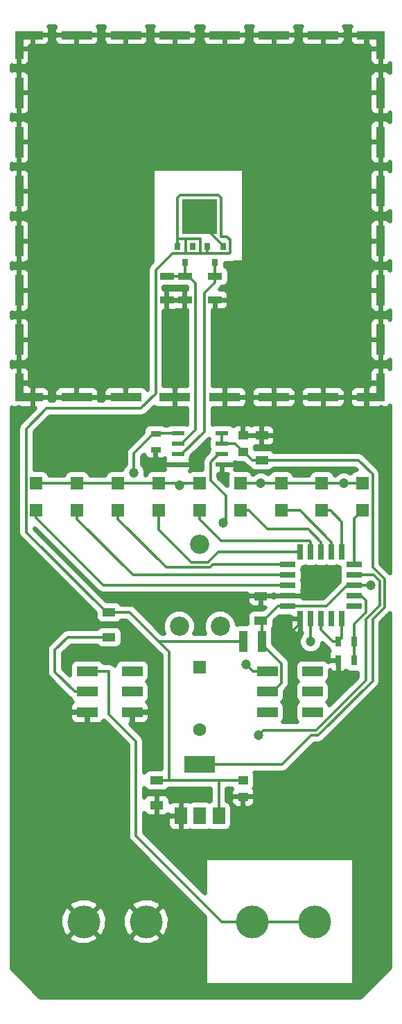
<source format=gbr>
G04 #@! TF.FileFunction,Copper,L1,Top,Signal*
%FSLAX46Y46*%
G04 Gerber Fmt 4.6, Leading zero omitted, Abs format (unit mm)*
G04 Created by KiCad (PCBNEW 4.0.7-e2-6376~58~ubuntu16.04.1) date Sat Oct 21 15:52:31 2017*
%MOMM*%
%LPD*%
G01*
G04 APERTURE LIST*
%ADD10C,0.100000*%
%ADD11C,4.000000*%
%ADD12C,2.340000*%
%ADD13R,1.600000X1.600000*%
%ADD14C,1.600000*%
%ADD15R,1.600000X1.000000*%
%ADD16R,1.250000X1.000000*%
%ADD17R,4.200000X4.200000*%
%ADD18R,1.000000X1.000000*%
%ADD19R,2.440000X1.000000*%
%ADD20R,3.800000X1.000000*%
%ADD21R,1.000000X2.440000*%
%ADD22R,1.000000X3.800000*%
%ADD23R,0.800000X0.900000*%
%ADD24R,1.700000X0.900000*%
%ADD25R,1.550000X0.600000*%
%ADD26R,2.500000X1.200000*%
%ADD27R,1.300000X0.700000*%
%ADD28R,1.925000X0.700000*%
%ADD29R,0.700000X1.925000*%
%ADD30R,3.800000X2.000000*%
%ADD31R,1.500000X2.000000*%
%ADD32R,1.500000X1.500000*%
%ADD33R,0.700000X1.300000*%
%ADD34R,1.021080X2.540000*%
%ADD35C,1.200000*%
%ADD36C,0.300000*%
%ADD37C,0.500000*%
G04 APERTURE END LIST*
D10*
D11*
X93426000Y-186029000D03*
X85806000Y-186029000D03*
X106426000Y-186029000D03*
X114046000Y-186029000D03*
D12*
X102489000Y-150000000D03*
X99989000Y-140000000D03*
X97489000Y-150000000D03*
D13*
X100000000Y-155000000D03*
D14*
X100000000Y-162600000D03*
D15*
X107569000Y-129746000D03*
X107569000Y-126746000D03*
D16*
X105283000Y-128746000D03*
X105283000Y-126746000D03*
D17*
X99949000Y-100076000D03*
D18*
X77910000Y-77910000D03*
X122090000Y-77910000D03*
X122090000Y-122090000D03*
X77910000Y-122090000D03*
D19*
X79630000Y-77910000D03*
X79630000Y-122090000D03*
D20*
X84950000Y-77910000D03*
X84950000Y-122090000D03*
X90950000Y-77910000D03*
X90950000Y-122090000D03*
X96950000Y-77910000D03*
X96950000Y-122090000D03*
X103050000Y-77910000D03*
X103050000Y-122090000D03*
X109050000Y-77910000D03*
X109050000Y-122090000D03*
X115050000Y-77910000D03*
X115050000Y-122090000D03*
D19*
X120370000Y-77910000D03*
X120370000Y-122090000D03*
D21*
X77910000Y-79630000D03*
X122090000Y-79630000D03*
D22*
X77910000Y-84950000D03*
X122090000Y-84950000D03*
X77910000Y-90950000D03*
X122090000Y-90950000D03*
X77910000Y-96950000D03*
X122090000Y-96950000D03*
X77910000Y-103050000D03*
X122090000Y-103050000D03*
X77910000Y-109050000D03*
X122090000Y-109050000D03*
X77910000Y-115050000D03*
X122090000Y-115050000D03*
D21*
X77910000Y-120370000D03*
X122090000Y-120370000D03*
D23*
X102804000Y-103648000D03*
X100904000Y-103648000D03*
X101854000Y-105648000D03*
X99121000Y-103648000D03*
X97221000Y-103648000D03*
X98171000Y-105648000D03*
D24*
X98171000Y-107315000D03*
X98171000Y-110215000D03*
X101854000Y-107315000D03*
X101854000Y-110215000D03*
D25*
X97300000Y-126492000D03*
X97300000Y-127762000D03*
X97300000Y-129032000D03*
X97300000Y-130302000D03*
X102700000Y-130302000D03*
X102700000Y-129032000D03*
X102700000Y-127762000D03*
X102700000Y-126492000D03*
D15*
X94742000Y-168807000D03*
X94742000Y-171807000D03*
D16*
X105283000Y-168799000D03*
X105283000Y-170799000D03*
D26*
X86250000Y-160500000D03*
X91750000Y-160500000D03*
X86250000Y-155500000D03*
X91750000Y-155500000D03*
X86250000Y-158000000D03*
X91750000Y-158000000D03*
D27*
X94615000Y-126558000D03*
X94615000Y-128458000D03*
D15*
X88900000Y-148336000D03*
X88900000Y-151336000D03*
D26*
X108250000Y-160500000D03*
X113750000Y-160500000D03*
X108250000Y-155500000D03*
X113750000Y-155500000D03*
X108250000Y-158000000D03*
X113750000Y-158000000D03*
D24*
X95961200Y-107320080D03*
X95961200Y-110220080D03*
D28*
X110755500Y-145034000D03*
X110755500Y-146304000D03*
X110755500Y-147574000D03*
X110755500Y-143764000D03*
X110755500Y-142494000D03*
D29*
X112268000Y-149086500D03*
X113538000Y-149086500D03*
X114808000Y-149086500D03*
X116078000Y-149086500D03*
X117348000Y-149086500D03*
D28*
X118860500Y-147574000D03*
X118860500Y-146304000D03*
X118860500Y-145034000D03*
X118860500Y-143764000D03*
X118860500Y-142494000D03*
D29*
X117348000Y-140981500D03*
X116078000Y-140981500D03*
X114808000Y-140981500D03*
X113538000Y-140981500D03*
X112268000Y-140981500D03*
D30*
X100000000Y-166850000D03*
D31*
X100000000Y-173150000D03*
X102300000Y-173150000D03*
X97700000Y-173150000D03*
D32*
X80010000Y-135890000D03*
X80010000Y-132590000D03*
X99949000Y-135890000D03*
X99949000Y-132590000D03*
X84994750Y-132590000D03*
X84994750Y-135890000D03*
X104933750Y-132590000D03*
X104933750Y-135890000D03*
X119888000Y-135890000D03*
X119888000Y-132590000D03*
X89979500Y-135890000D03*
X89979500Y-132590000D03*
X109918500Y-135890000D03*
X109918500Y-132590000D03*
X94964250Y-132590000D03*
X94964250Y-135890000D03*
X114903250Y-132590000D03*
X114903250Y-135890000D03*
D33*
X116906000Y-151892000D03*
X118806000Y-151892000D03*
X116906000Y-154178000D03*
X118806000Y-154178000D03*
D15*
X107442000Y-146328000D03*
X107442000Y-149328000D03*
D34*
X105280460Y-151892000D03*
X107571540Y-151892000D03*
D35*
X104902000Y-146558000D03*
X94742000Y-130048000D03*
X102616000Y-131826000D03*
X116840000Y-156210000D03*
X109474000Y-151892000D03*
X102997000Y-120015000D03*
X108966000Y-79883000D03*
X91059000Y-79883000D03*
X120015000Y-108839000D03*
X120142000Y-91059000D03*
X80010000Y-108966000D03*
X80010000Y-91059000D03*
X97028000Y-120142000D03*
X105283000Y-172720000D03*
X97663000Y-175641000D03*
X105283000Y-124587000D03*
X120015000Y-120015000D03*
X120142000Y-79883000D03*
X79756000Y-120142000D03*
X79883000Y-80010000D03*
X102870000Y-137414000D03*
X113538000Y-151892000D03*
X91948000Y-131318000D03*
X105664000Y-154686000D03*
X107188000Y-163322000D03*
X117602000Y-132590000D03*
X120904000Y-145034000D03*
X107442000Y-132588000D03*
X97536000Y-132842000D03*
D36*
X102804000Y-103648000D02*
X102804000Y-103598000D01*
X102804000Y-103598000D02*
X99949000Y-100743000D01*
X99949000Y-100743000D02*
X99949000Y-100076000D01*
X110060002Y-166850000D02*
X102200000Y-166850000D01*
X113587990Y-163322012D02*
X110060002Y-166850000D01*
X114436533Y-163322012D02*
X113587990Y-163322012D01*
X121088001Y-156670544D02*
X114436533Y-163322012D01*
X102200000Y-166850000D02*
X100000000Y-166850000D01*
X121088001Y-149166086D02*
X121088001Y-156670544D01*
X121088001Y-142815454D02*
X122554013Y-144281466D01*
X121088001Y-131479999D02*
X121088001Y-142815454D01*
X107569000Y-129746000D02*
X119354002Y-129746000D01*
X119354002Y-129746000D02*
X121088001Y-131479999D01*
X122554013Y-144281466D02*
X122554013Y-147700074D01*
X122554013Y-147700074D02*
X121088001Y-149166086D01*
X105378000Y-128746000D02*
X106378000Y-129746000D01*
X106378000Y-129746000D02*
X107569000Y-129746000D01*
X105283000Y-128746000D02*
X105378000Y-128746000D01*
X105283000Y-128746000D02*
X104299000Y-127762000D01*
X104299000Y-127762000D02*
X102700000Y-127762000D01*
X102700000Y-127762000D02*
X102700000Y-126492000D01*
X107442000Y-146328000D02*
X105132000Y-146328000D01*
X105132000Y-146328000D02*
X104902000Y-146558000D01*
X94615000Y-128458000D02*
X94615000Y-129921000D01*
X94615000Y-129921000D02*
X94742000Y-130048000D01*
X102700000Y-130302000D02*
X102700000Y-131742000D01*
X102700000Y-131742000D02*
X102616000Y-131826000D01*
X116906000Y-154178000D02*
X116906000Y-156144000D01*
X116906000Y-156144000D02*
X116840000Y-156210000D01*
X112268000Y-149086500D02*
X112268000Y-149699000D01*
X112268000Y-149699000D02*
X110075000Y-151892000D01*
X110075000Y-151892000D02*
X109474000Y-151892000D01*
X103050000Y-122090000D02*
X103050000Y-120068000D01*
X103050000Y-120068000D02*
X102997000Y-120015000D01*
X109050000Y-77910000D02*
X109050000Y-79799000D01*
X109050000Y-79799000D02*
X108966000Y-79883000D01*
X90950000Y-77910000D02*
X90950000Y-79774000D01*
X90950000Y-79774000D02*
X91059000Y-79883000D01*
X122090000Y-109050000D02*
X120226000Y-109050000D01*
X120226000Y-109050000D02*
X120015000Y-108839000D01*
X122090000Y-90950000D02*
X120251000Y-90950000D01*
X120251000Y-90950000D02*
X120142000Y-91059000D01*
X77910000Y-109050000D02*
X79926000Y-109050000D01*
X79926000Y-109050000D02*
X80010000Y-108966000D01*
X77910000Y-90950000D02*
X79901000Y-90950000D01*
X79901000Y-90950000D02*
X80010000Y-91059000D01*
X96950000Y-122090000D02*
X96950000Y-120220000D01*
X96950000Y-120220000D02*
X97028000Y-120142000D01*
X105283000Y-170799000D02*
X105283000Y-172720000D01*
X97700000Y-173150000D02*
X97700000Y-175604000D01*
X97700000Y-175604000D02*
X97663000Y-175641000D01*
X105283000Y-126746000D02*
X105283000Y-124587000D01*
X122090000Y-120370000D02*
X120370000Y-120370000D01*
X120370000Y-120370000D02*
X120015000Y-120015000D01*
X120370000Y-77910000D02*
X120370000Y-79655000D01*
X120370000Y-79655000D02*
X120142000Y-79883000D01*
X79630000Y-122090000D02*
X79630000Y-120268000D01*
X79630000Y-120268000D02*
X79756000Y-120142000D01*
X77910000Y-79630000D02*
X79503000Y-79630000D01*
X79503000Y-79630000D02*
X79883000Y-80010000D01*
X102616000Y-130386000D02*
X102700000Y-130302000D01*
X91440000Y-148336000D02*
X94996000Y-151892000D01*
X94996000Y-151892000D02*
X96266000Y-153162000D01*
X105280460Y-151892000D02*
X94996000Y-151892000D01*
X78809999Y-125914001D02*
X81280000Y-123444000D01*
X92806002Y-123444000D02*
X94599999Y-121650003D01*
X94599999Y-106571279D02*
X96623277Y-104548001D01*
X96623277Y-104548001D02*
X98360999Y-104548001D01*
X78809999Y-138545999D02*
X78809999Y-132334000D01*
X78809999Y-132334000D02*
X78809999Y-125914001D01*
X94599999Y-121650003D02*
X94599999Y-106571279D01*
X88600000Y-148336000D02*
X78809999Y-138545999D01*
X81280000Y-123444000D02*
X92806002Y-123444000D01*
X96266000Y-153162000D02*
X96266000Y-157988000D01*
X96266000Y-157988000D02*
X96266000Y-168807000D01*
X88900000Y-148336000D02*
X88600000Y-148336000D01*
X94742000Y-168807000D02*
X96266000Y-168807000D01*
X96266000Y-168807000D02*
X102235000Y-168807000D01*
X88900000Y-148336000D02*
X91440000Y-148336000D01*
X90424000Y-148336000D02*
X88900000Y-148336000D01*
X102235000Y-168807000D02*
X105275000Y-168807000D01*
X102235000Y-168807000D02*
X102300000Y-168872000D01*
X102300000Y-168872000D02*
X102300000Y-173150000D01*
X105275000Y-168807000D02*
X105283000Y-168799000D01*
X100838000Y-104548001D02*
X103564001Y-104548001D01*
X100076000Y-104548001D02*
X100838000Y-104548001D01*
X100838000Y-104548001D02*
X100904000Y-104482001D01*
X100904000Y-104482001D02*
X100904000Y-103648000D01*
X98360999Y-104548001D02*
X100076000Y-104548001D01*
X100053999Y-102747999D02*
X100053999Y-104526000D01*
X100053999Y-104526000D02*
X100076000Y-104548001D01*
X98298000Y-102747999D02*
X98270999Y-102775000D01*
X98270999Y-102775000D02*
X98270999Y-104458001D01*
X98270999Y-104458001D02*
X98360999Y-104548001D01*
X102235000Y-97409000D02*
X97605998Y-97409000D01*
X103564001Y-104548001D02*
X103654001Y-104458001D01*
X103654001Y-104458001D02*
X103654001Y-102837999D01*
X103654001Y-102837999D02*
X103305002Y-102489000D01*
X97221000Y-97793998D02*
X97221000Y-103648000D01*
X103305002Y-102489000D02*
X102616000Y-102489000D01*
X102616000Y-102489000D02*
X102616000Y-97790000D01*
X102616000Y-97790000D02*
X102235000Y-97409000D01*
X97605998Y-97409000D02*
X97221000Y-97793998D01*
X98298000Y-102747999D02*
X100053999Y-102747999D01*
X97371001Y-102747999D02*
X98298000Y-102747999D01*
X97221000Y-103648000D02*
X97221000Y-102898000D01*
X97221000Y-102898000D02*
X97371001Y-102747999D01*
X100904000Y-103598000D02*
X100904000Y-103648000D01*
X100904000Y-103648000D02*
X100904000Y-103698000D01*
X101854000Y-107315000D02*
X101854000Y-108065000D01*
X101854000Y-108065000D02*
X100553999Y-109365001D01*
X100553999Y-109365001D02*
X100553999Y-126253001D01*
X100553999Y-126253001D02*
X97775000Y-129032000D01*
X97775000Y-129032000D02*
X97300000Y-129032000D01*
X101854000Y-107315000D02*
X101854000Y-105648000D01*
X102653500Y-186029000D02*
X92202000Y-175577500D01*
X92202000Y-175577500D02*
X92202000Y-164084000D01*
X106426000Y-186029000D02*
X102653500Y-186029000D01*
X114046000Y-186029000D02*
X106426000Y-186029000D01*
X87800000Y-155500000D02*
X86250000Y-155500000D01*
X92202000Y-164084000D02*
X88900000Y-160782000D01*
X88900000Y-160782000D02*
X88900000Y-155500000D01*
X88900000Y-155500000D02*
X87800000Y-155500000D01*
X103158002Y-136830998D02*
X103158002Y-137125998D01*
X103158002Y-137125998D02*
X102870000Y-137414000D01*
X113538000Y-151892000D02*
X113538000Y-149086500D01*
X101276001Y-129980999D02*
X101276001Y-132233997D01*
X102225000Y-129032000D02*
X101276001Y-129980999D01*
X101276001Y-132233997D02*
X103158002Y-134115998D01*
X103158002Y-134115998D02*
X103158002Y-136830998D01*
X102700000Y-129032000D02*
X102225000Y-129032000D01*
X94615000Y-126558000D02*
X94315000Y-126558000D01*
X94315000Y-126558000D02*
X91948000Y-128925000D01*
X91948000Y-130469472D02*
X91948000Y-131318000D01*
X91948000Y-128925000D02*
X91948000Y-130469472D01*
X97300000Y-126492000D02*
X94681000Y-126492000D01*
X94681000Y-126492000D02*
X94615000Y-126558000D01*
X97300000Y-126492000D02*
X96825000Y-126492000D01*
X98171000Y-107315000D02*
X95966280Y-107315000D01*
X95966280Y-107315000D02*
X95961200Y-107320080D01*
X98171000Y-107315000D02*
X98571000Y-107315000D01*
X97775000Y-127762000D02*
X97300000Y-127762000D01*
X98571000Y-107315000D02*
X99471001Y-108215001D01*
X99471001Y-108215001D02*
X99471001Y-126065999D01*
X99471001Y-126065999D02*
X97775000Y-127762000D01*
X98171000Y-107315000D02*
X98171000Y-105648000D01*
X105664000Y-154686000D02*
X106478000Y-155500000D01*
X106478000Y-155500000D02*
X108250000Y-155500000D01*
X100500000Y-155500000D02*
X100000000Y-155000000D01*
X82296000Y-152908000D02*
X83868000Y-151336000D01*
X83868000Y-151336000D02*
X88900000Y-151336000D01*
X82296000Y-155596000D02*
X82296000Y-152908000D01*
X86250000Y-158000000D02*
X84700000Y-158000000D01*
X84700000Y-158000000D02*
X82296000Y-155596000D01*
X91750000Y-158000000D02*
X92400000Y-158000000D01*
X121188004Y-143764000D02*
X120123000Y-143764000D01*
X120273001Y-149132543D02*
X121954002Y-147451542D01*
X120123000Y-143764000D02*
X118860500Y-143764000D01*
X120273001Y-156637001D02*
X120273001Y-149132543D01*
X121954002Y-144529998D02*
X121188004Y-143764000D01*
X121954002Y-147451542D02*
X121954002Y-144529998D01*
X114554000Y-162356002D02*
X120273001Y-156637001D01*
X114310002Y-162600000D02*
X114554000Y-162356002D01*
X107188000Y-163322000D02*
X107787999Y-162722001D01*
X107787999Y-162722001D02*
X114188001Y-162722001D01*
X114188001Y-162722001D02*
X114554000Y-162356002D01*
X110755500Y-145034000D02*
X88232000Y-145034000D01*
X88232000Y-145034000D02*
X80010000Y-136812000D01*
X80010000Y-136812000D02*
X80010000Y-135762000D01*
X113538000Y-140981500D02*
X113538000Y-139719000D01*
X113538000Y-139719000D02*
X113387999Y-139568999D01*
X113387999Y-139568999D02*
X102577999Y-139568999D01*
X102577999Y-139568999D02*
X99949000Y-136940000D01*
X99949000Y-136940000D02*
X99949000Y-135890000D01*
X110755500Y-143764000D02*
X91818750Y-143764000D01*
X91818750Y-143764000D02*
X84994750Y-136940000D01*
X84994750Y-136940000D02*
X84994750Y-135890000D01*
X113265000Y-138176000D02*
X108269750Y-138176000D01*
X108269750Y-138176000D02*
X105983750Y-135890000D01*
X105983750Y-135890000D02*
X104933750Y-135890000D01*
X114808000Y-140981500D02*
X114808000Y-139719000D01*
X114808000Y-139719000D02*
X113265000Y-138176000D01*
X118860500Y-142494000D02*
X118860500Y-136917500D01*
X118860500Y-136917500D02*
X119888000Y-135890000D01*
X110755500Y-142494000D02*
X101589688Y-142494000D01*
X101589688Y-142494000D02*
X101263665Y-142820023D01*
X101263665Y-142820023D02*
X95859523Y-142820023D01*
X95859523Y-142820023D02*
X89979500Y-136940000D01*
X89979500Y-136940000D02*
X89979500Y-135890000D01*
X116078000Y-140981500D02*
X116078000Y-139719000D01*
X110968500Y-135890000D02*
X109918500Y-135890000D01*
X116078000Y-139719000D02*
X112249000Y-135890000D01*
X112249000Y-135890000D02*
X110968500Y-135890000D01*
X94964250Y-138221395D02*
X94964250Y-136940000D01*
X98962867Y-142220012D02*
X94964250Y-138221395D01*
X101015133Y-142220012D02*
X98962867Y-142220012D01*
X102253644Y-140981500D02*
X101015133Y-142220012D01*
X112268000Y-140981500D02*
X102253644Y-140981500D01*
X94964250Y-136940000D02*
X94964250Y-135890000D01*
X117348000Y-140981500D02*
X117348000Y-137284750D01*
X117348000Y-137284750D02*
X115953250Y-135890000D01*
X115953250Y-135890000D02*
X114903250Y-135890000D01*
X117348000Y-149086500D02*
X117348000Y-151450000D01*
X117348000Y-151450000D02*
X116906000Y-151892000D01*
X116906000Y-151892000D02*
X116256000Y-151892000D01*
X116256000Y-151892000D02*
X114808000Y-150444000D01*
X114808000Y-150444000D02*
X114808000Y-150349000D01*
X114808000Y-150349000D02*
X114808000Y-149086500D01*
X119713002Y-146304000D02*
X118860500Y-146304000D01*
X118806000Y-151892000D02*
X118806000Y-149751002D01*
X118806000Y-149751002D02*
X120273001Y-148284001D01*
X120273001Y-148284001D02*
X120273001Y-146863999D01*
X120273001Y-146863999D02*
X119713002Y-146304000D01*
X118806000Y-154178000D02*
X118806000Y-151892000D01*
X110755500Y-147574000D02*
X115467998Y-147574000D01*
X115467998Y-147574000D02*
X118007998Y-145034000D01*
X118007998Y-145034000D02*
X118860500Y-145034000D01*
X110755500Y-147574000D02*
X109493000Y-147574000D01*
X118860500Y-145034000D02*
X120904000Y-145034000D01*
X118838000Y-132590000D02*
X117856000Y-132590000D01*
X117856000Y-132590000D02*
X114903250Y-132590000D01*
X107571540Y-151892000D02*
X107571540Y-152161538D01*
X107571540Y-152161538D02*
X109950001Y-154539999D01*
X108900000Y-158000000D02*
X108250000Y-158000000D01*
X109950001Y-154539999D02*
X109950001Y-156949999D01*
X109950001Y-156949999D02*
X108900000Y-158000000D01*
X107571540Y-150322000D02*
X107571540Y-151892000D01*
X109493000Y-147574000D02*
X107571540Y-149495460D01*
X107571540Y-149495460D02*
X107571540Y-150322000D01*
X119888000Y-132590000D02*
X118838000Y-132590000D01*
X109918500Y-132590000D02*
X114903250Y-132590000D01*
X109918500Y-132590000D02*
X107444000Y-132590000D01*
X107444000Y-132590000D02*
X107442000Y-132588000D01*
X107442000Y-132588000D02*
X104935750Y-132588000D01*
X104935750Y-132588000D02*
X104933750Y-132590000D01*
X97536000Y-132590000D02*
X99949000Y-132590000D01*
X94964250Y-132590000D02*
X97536000Y-132590000D01*
X97536000Y-132590000D02*
X97536000Y-132842000D01*
X89979500Y-132590000D02*
X94964250Y-132590000D01*
X84994750Y-132590000D02*
X89979500Y-132590000D01*
X80010000Y-132590000D02*
X84994750Y-132590000D01*
D37*
G36*
X82329405Y-76928513D02*
X82200000Y-77240924D01*
X82200000Y-77647500D01*
X82412500Y-77860000D01*
X84900000Y-77860000D01*
X84900000Y-77840000D01*
X85000000Y-77840000D01*
X85000000Y-77860000D01*
X87487500Y-77860000D01*
X87700000Y-77647500D01*
X87700000Y-77240924D01*
X87570595Y-76928513D01*
X87513082Y-76871000D01*
X88386918Y-76871000D01*
X88329405Y-76928513D01*
X88200000Y-77240924D01*
X88200000Y-77647500D01*
X88412500Y-77860000D01*
X90900000Y-77860000D01*
X90900000Y-77840000D01*
X91000000Y-77840000D01*
X91000000Y-77860000D01*
X93487500Y-77860000D01*
X93700000Y-77647500D01*
X93700000Y-77240924D01*
X93570595Y-76928513D01*
X93513082Y-76871000D01*
X94386918Y-76871000D01*
X94329405Y-76928513D01*
X94200000Y-77240924D01*
X94200000Y-77647500D01*
X94412500Y-77860000D01*
X96900000Y-77860000D01*
X96900000Y-77840000D01*
X97000000Y-77840000D01*
X97000000Y-77860000D01*
X99487500Y-77860000D01*
X99700000Y-77647500D01*
X99700000Y-77240924D01*
X99570595Y-76928513D01*
X99513082Y-76871000D01*
X100486918Y-76871000D01*
X100429405Y-76928513D01*
X100300000Y-77240924D01*
X100300000Y-77647500D01*
X100512500Y-77860000D01*
X103000000Y-77860000D01*
X103000000Y-77840000D01*
X103100000Y-77840000D01*
X103100000Y-77860000D01*
X105587500Y-77860000D01*
X105800000Y-77647500D01*
X105800000Y-77240924D01*
X105670595Y-76928513D01*
X105613082Y-76871000D01*
X106486918Y-76871000D01*
X106429405Y-76928513D01*
X106300000Y-77240924D01*
X106300000Y-77647500D01*
X106512500Y-77860000D01*
X109000000Y-77860000D01*
X109000000Y-77840000D01*
X109100000Y-77840000D01*
X109100000Y-77860000D01*
X111587500Y-77860000D01*
X111800000Y-77647500D01*
X111800000Y-77240924D01*
X111670595Y-76928513D01*
X111613082Y-76871000D01*
X112486918Y-76871000D01*
X112429405Y-76928513D01*
X112300000Y-77240924D01*
X112300000Y-77647500D01*
X112512500Y-77860000D01*
X115000000Y-77860000D01*
X115000000Y-77840000D01*
X115100000Y-77840000D01*
X115100000Y-77860000D01*
X117587500Y-77860000D01*
X117800000Y-77647500D01*
X117800000Y-77240924D01*
X117670595Y-76928513D01*
X117613082Y-76871000D01*
X118486918Y-76871000D01*
X118429405Y-76928513D01*
X118300000Y-77240924D01*
X118300000Y-77647500D01*
X118512500Y-77860000D01*
X120320000Y-77860000D01*
X120320000Y-77840000D01*
X120420000Y-77840000D01*
X120420000Y-77860000D01*
X120440000Y-77860000D01*
X120440000Y-77960000D01*
X120420000Y-77960000D01*
X120420000Y-79047500D01*
X120632500Y-79260000D01*
X120740000Y-79260000D01*
X120740000Y-79367500D01*
X120952500Y-79580000D01*
X122040000Y-79580000D01*
X122040000Y-79560000D01*
X122140000Y-79560000D01*
X122140000Y-79580000D01*
X122160000Y-79580000D01*
X122160000Y-79680000D01*
X122140000Y-79680000D01*
X122140000Y-81487500D01*
X122352500Y-81700000D01*
X122759075Y-81700000D01*
X123071486Y-81570595D01*
X123281000Y-81361082D01*
X123281000Y-82538918D01*
X123071486Y-82329405D01*
X122759075Y-82200000D01*
X122352500Y-82200000D01*
X122140000Y-82412500D01*
X122140000Y-84900000D01*
X122160000Y-84900000D01*
X122160000Y-85000000D01*
X122140000Y-85000000D01*
X122140000Y-87487500D01*
X122352500Y-87700000D01*
X122759075Y-87700000D01*
X123071486Y-87570595D01*
X123281000Y-87361082D01*
X123281000Y-88538918D01*
X123071486Y-88329405D01*
X122759075Y-88200000D01*
X122352500Y-88200000D01*
X122140000Y-88412500D01*
X122140000Y-90900000D01*
X122160000Y-90900000D01*
X122160000Y-91000000D01*
X122140000Y-91000000D01*
X122140000Y-93487500D01*
X122352500Y-93700000D01*
X122759075Y-93700000D01*
X123071486Y-93570595D01*
X123281000Y-93361082D01*
X123281000Y-94538918D01*
X123071486Y-94329405D01*
X122759075Y-94200000D01*
X122352500Y-94200000D01*
X122140000Y-94412500D01*
X122140000Y-96900000D01*
X122160000Y-96900000D01*
X122160000Y-97000000D01*
X122140000Y-97000000D01*
X122140000Y-99487500D01*
X122352500Y-99700000D01*
X122759075Y-99700000D01*
X123071486Y-99570595D01*
X123281000Y-99361082D01*
X123281000Y-100638918D01*
X123071486Y-100429405D01*
X122759075Y-100300000D01*
X122352500Y-100300000D01*
X122140000Y-100512500D01*
X122140000Y-103000000D01*
X122160000Y-103000000D01*
X122160000Y-103100000D01*
X122140000Y-103100000D01*
X122140000Y-105587500D01*
X122352500Y-105800000D01*
X122759075Y-105800000D01*
X123071486Y-105670595D01*
X123281000Y-105461082D01*
X123281000Y-106638918D01*
X123071486Y-106429405D01*
X122759075Y-106300000D01*
X122352500Y-106300000D01*
X122140000Y-106512500D01*
X122140000Y-109000000D01*
X122160000Y-109000000D01*
X122160000Y-109100000D01*
X122140000Y-109100000D01*
X122140000Y-111587500D01*
X122352500Y-111800000D01*
X122759075Y-111800000D01*
X123071486Y-111670595D01*
X123281000Y-111461082D01*
X123281000Y-112638918D01*
X123071486Y-112429405D01*
X122759075Y-112300000D01*
X122352500Y-112300000D01*
X122140000Y-112512500D01*
X122140000Y-115000000D01*
X122160000Y-115000000D01*
X122160000Y-115100000D01*
X122140000Y-115100000D01*
X122140000Y-117587500D01*
X122352500Y-117800000D01*
X122759075Y-117800000D01*
X123071486Y-117670595D01*
X123281000Y-117461082D01*
X123281000Y-118638918D01*
X123071486Y-118429405D01*
X122759075Y-118300000D01*
X122352500Y-118300000D01*
X122140000Y-118512500D01*
X122140000Y-120320000D01*
X122160000Y-120320000D01*
X122160000Y-120420000D01*
X122140000Y-120420000D01*
X122140000Y-120440000D01*
X122040000Y-120440000D01*
X122040000Y-120420000D01*
X120952500Y-120420000D01*
X120740000Y-120632500D01*
X120740000Y-120740000D01*
X120632500Y-120740000D01*
X120420000Y-120952500D01*
X120420000Y-122040000D01*
X120440000Y-122040000D01*
X120440000Y-122140000D01*
X120420000Y-122140000D01*
X120420000Y-123227500D01*
X120632500Y-123440000D01*
X121827500Y-123440000D01*
X121875884Y-123391616D01*
X122071486Y-123310595D01*
X122147291Y-123234791D01*
X122352500Y-123440000D01*
X122759075Y-123440000D01*
X123071486Y-123310595D01*
X123281000Y-123101082D01*
X123281000Y-143604111D01*
X123261120Y-143574359D01*
X122088001Y-142401240D01*
X122088001Y-131479999D01*
X122039409Y-131235709D01*
X122011881Y-131097315D01*
X121795108Y-130772892D01*
X120061109Y-129038893D01*
X119736686Y-128822120D01*
X119354002Y-128746000D01*
X109057332Y-128746000D01*
X108990223Y-128641709D01*
X108706176Y-128447628D01*
X108369000Y-128379348D01*
X106774652Y-128379348D01*
X106774652Y-128246000D01*
X106746427Y-128096000D01*
X107306500Y-128096000D01*
X107519000Y-127883500D01*
X107519000Y-126796000D01*
X107619000Y-126796000D01*
X107619000Y-127883500D01*
X107831500Y-128096000D01*
X108538076Y-128096000D01*
X108850487Y-127966595D01*
X109089595Y-127727486D01*
X109219000Y-127415075D01*
X109219000Y-127008500D01*
X109006500Y-126796000D01*
X107619000Y-126796000D01*
X107519000Y-126796000D01*
X105333000Y-126796000D01*
X105333000Y-126816000D01*
X105233000Y-126816000D01*
X105233000Y-126796000D01*
X105213000Y-126796000D01*
X105213000Y-126696000D01*
X105233000Y-126696000D01*
X105233000Y-125608500D01*
X105333000Y-125608500D01*
X105333000Y-126696000D01*
X107519000Y-126696000D01*
X107519000Y-125608500D01*
X107619000Y-125608500D01*
X107619000Y-126696000D01*
X109006500Y-126696000D01*
X109219000Y-126483500D01*
X109219000Y-126076925D01*
X109089595Y-125764514D01*
X108850487Y-125525405D01*
X108538076Y-125396000D01*
X107831500Y-125396000D01*
X107619000Y-125608500D01*
X107519000Y-125608500D01*
X107306500Y-125396000D01*
X106599924Y-125396000D01*
X106338500Y-125504285D01*
X106077076Y-125396000D01*
X105545500Y-125396000D01*
X105333000Y-125608500D01*
X105233000Y-125608500D01*
X105020500Y-125396000D01*
X104488924Y-125396000D01*
X104176513Y-125525405D01*
X104103265Y-125598653D01*
X104096223Y-125587709D01*
X103812176Y-125393628D01*
X103475000Y-125325348D01*
X101925000Y-125325348D01*
X101610009Y-125384618D01*
X101553999Y-125420659D01*
X101553999Y-123440000D01*
X102787500Y-123440000D01*
X103000000Y-123227500D01*
X103000000Y-122140000D01*
X103100000Y-122140000D01*
X103100000Y-123227500D01*
X103312500Y-123440000D01*
X105119075Y-123440000D01*
X105431486Y-123310595D01*
X105670595Y-123071487D01*
X105800000Y-122759076D01*
X105800000Y-122352500D01*
X106300000Y-122352500D01*
X106300000Y-122759076D01*
X106429405Y-123071487D01*
X106668514Y-123310595D01*
X106980925Y-123440000D01*
X108787500Y-123440000D01*
X109000000Y-123227500D01*
X109000000Y-122140000D01*
X109100000Y-122140000D01*
X109100000Y-123227500D01*
X109312500Y-123440000D01*
X111119075Y-123440000D01*
X111431486Y-123310595D01*
X111670595Y-123071487D01*
X111800000Y-122759076D01*
X111800000Y-122352500D01*
X112300000Y-122352500D01*
X112300000Y-122759076D01*
X112429405Y-123071487D01*
X112668514Y-123310595D01*
X112980925Y-123440000D01*
X114787500Y-123440000D01*
X115000000Y-123227500D01*
X115000000Y-122140000D01*
X115100000Y-122140000D01*
X115100000Y-123227500D01*
X115312500Y-123440000D01*
X117119075Y-123440000D01*
X117431486Y-123310595D01*
X117670595Y-123071487D01*
X117800000Y-122759076D01*
X117800000Y-122352500D01*
X118300000Y-122352500D01*
X118300000Y-122759076D01*
X118429405Y-123071487D01*
X118668514Y-123310595D01*
X118980925Y-123440000D01*
X120107500Y-123440000D01*
X120320000Y-123227500D01*
X120320000Y-122140000D01*
X118512500Y-122140000D01*
X118300000Y-122352500D01*
X117800000Y-122352500D01*
X117587500Y-122140000D01*
X115100000Y-122140000D01*
X115000000Y-122140000D01*
X112512500Y-122140000D01*
X112300000Y-122352500D01*
X111800000Y-122352500D01*
X111587500Y-122140000D01*
X109100000Y-122140000D01*
X109000000Y-122140000D01*
X106512500Y-122140000D01*
X106300000Y-122352500D01*
X105800000Y-122352500D01*
X105587500Y-122140000D01*
X103100000Y-122140000D01*
X103000000Y-122140000D01*
X102980000Y-122140000D01*
X102980000Y-122040000D01*
X103000000Y-122040000D01*
X103000000Y-120952500D01*
X103100000Y-120952500D01*
X103100000Y-122040000D01*
X105587500Y-122040000D01*
X105800000Y-121827500D01*
X105800000Y-121420924D01*
X106300000Y-121420924D01*
X106300000Y-121827500D01*
X106512500Y-122040000D01*
X109000000Y-122040000D01*
X109000000Y-120952500D01*
X109100000Y-120952500D01*
X109100000Y-122040000D01*
X111587500Y-122040000D01*
X111800000Y-121827500D01*
X111800000Y-121420924D01*
X112300000Y-121420924D01*
X112300000Y-121827500D01*
X112512500Y-122040000D01*
X115000000Y-122040000D01*
X115000000Y-120952500D01*
X115100000Y-120952500D01*
X115100000Y-122040000D01*
X117587500Y-122040000D01*
X117800000Y-121827500D01*
X117800000Y-121420924D01*
X118300000Y-121420924D01*
X118300000Y-121827500D01*
X118512500Y-122040000D01*
X120320000Y-122040000D01*
X120320000Y-120952500D01*
X120107500Y-120740000D01*
X118980925Y-120740000D01*
X118668514Y-120869405D01*
X118429405Y-121108513D01*
X118300000Y-121420924D01*
X117800000Y-121420924D01*
X117670595Y-121108513D01*
X117431486Y-120869405D01*
X117119075Y-120740000D01*
X115312500Y-120740000D01*
X115100000Y-120952500D01*
X115000000Y-120952500D01*
X114787500Y-120740000D01*
X112980925Y-120740000D01*
X112668514Y-120869405D01*
X112429405Y-121108513D01*
X112300000Y-121420924D01*
X111800000Y-121420924D01*
X111670595Y-121108513D01*
X111431486Y-120869405D01*
X111119075Y-120740000D01*
X109312500Y-120740000D01*
X109100000Y-120952500D01*
X109000000Y-120952500D01*
X108787500Y-120740000D01*
X106980925Y-120740000D01*
X106668514Y-120869405D01*
X106429405Y-121108513D01*
X106300000Y-121420924D01*
X105800000Y-121420924D01*
X105670595Y-121108513D01*
X105431486Y-120869405D01*
X105119075Y-120740000D01*
X103312500Y-120740000D01*
X103100000Y-120952500D01*
X103000000Y-120952500D01*
X102787500Y-120740000D01*
X101553999Y-120740000D01*
X101553999Y-118980924D01*
X120740000Y-118980924D01*
X120740000Y-120107500D01*
X120952500Y-120320000D01*
X122040000Y-120320000D01*
X122040000Y-118512500D01*
X121827500Y-118300000D01*
X121420925Y-118300000D01*
X121108514Y-118429405D01*
X120869405Y-118668513D01*
X120740000Y-118980924D01*
X101553999Y-118980924D01*
X101553999Y-115312500D01*
X120740000Y-115312500D01*
X120740000Y-117119076D01*
X120869405Y-117431487D01*
X121108514Y-117670595D01*
X121420925Y-117800000D01*
X121827500Y-117800000D01*
X122040000Y-117587500D01*
X122040000Y-115100000D01*
X120952500Y-115100000D01*
X120740000Y-115312500D01*
X101553999Y-115312500D01*
X101553999Y-112980924D01*
X120740000Y-112980924D01*
X120740000Y-114787500D01*
X120952500Y-115000000D01*
X122040000Y-115000000D01*
X122040000Y-112512500D01*
X121827500Y-112300000D01*
X121420925Y-112300000D01*
X121108514Y-112429405D01*
X120869405Y-112668513D01*
X120740000Y-112980924D01*
X101553999Y-112980924D01*
X101553999Y-111515000D01*
X101591500Y-111515000D01*
X101804000Y-111302500D01*
X101804000Y-110265000D01*
X101904000Y-110265000D01*
X101904000Y-111302500D01*
X102116500Y-111515000D01*
X102873076Y-111515000D01*
X103185487Y-111385595D01*
X103424595Y-111146486D01*
X103554000Y-110834075D01*
X103554000Y-110477500D01*
X103341500Y-110265000D01*
X101904000Y-110265000D01*
X101804000Y-110265000D01*
X101784000Y-110265000D01*
X101784000Y-110165000D01*
X101804000Y-110165000D01*
X101804000Y-110145000D01*
X101904000Y-110145000D01*
X101904000Y-110165000D01*
X103341500Y-110165000D01*
X103554000Y-109952500D01*
X103554000Y-109595925D01*
X103436602Y-109312500D01*
X120740000Y-109312500D01*
X120740000Y-111119076D01*
X120869405Y-111431487D01*
X121108514Y-111670595D01*
X121420925Y-111800000D01*
X121827500Y-111800000D01*
X122040000Y-111587500D01*
X122040000Y-109100000D01*
X120952500Y-109100000D01*
X120740000Y-109312500D01*
X103436602Y-109312500D01*
X103424595Y-109283514D01*
X103185487Y-109044405D01*
X102873076Y-108915000D01*
X102418214Y-108915000D01*
X102561107Y-108772107D01*
X102654956Y-108631652D01*
X102704000Y-108631652D01*
X103018991Y-108572382D01*
X103308291Y-108386223D01*
X103502372Y-108102176D01*
X103570652Y-107765000D01*
X103570652Y-106980924D01*
X120740000Y-106980924D01*
X120740000Y-108787500D01*
X120952500Y-109000000D01*
X122040000Y-109000000D01*
X122040000Y-106512500D01*
X121827500Y-106300000D01*
X121420925Y-106300000D01*
X121108514Y-106429405D01*
X120869405Y-106668513D01*
X120740000Y-106980924D01*
X103570652Y-106980924D01*
X103570652Y-106865000D01*
X103511382Y-106550009D01*
X103325223Y-106260709D01*
X103116573Y-106118144D01*
X103120652Y-106098000D01*
X103120652Y-105683963D01*
X105158941Y-105659983D01*
X105246864Y-105642903D01*
X105330318Y-105589202D01*
X105386304Y-105507264D01*
X105406000Y-105410000D01*
X105406000Y-103312500D01*
X120740000Y-103312500D01*
X120740000Y-105119076D01*
X120869405Y-105431487D01*
X121108514Y-105670595D01*
X121420925Y-105800000D01*
X121827500Y-105800000D01*
X122040000Y-105587500D01*
X122040000Y-103100000D01*
X120952500Y-103100000D01*
X120740000Y-103312500D01*
X105406000Y-103312500D01*
X105406000Y-100980924D01*
X120740000Y-100980924D01*
X120740000Y-102787500D01*
X120952500Y-103000000D01*
X122040000Y-103000000D01*
X122040000Y-100512500D01*
X121827500Y-100300000D01*
X121420925Y-100300000D01*
X121108514Y-100429405D01*
X120869405Y-100668513D01*
X120740000Y-100980924D01*
X105406000Y-100980924D01*
X105406000Y-97212500D01*
X120740000Y-97212500D01*
X120740000Y-99019076D01*
X120869405Y-99331487D01*
X121108514Y-99570595D01*
X121420925Y-99700000D01*
X121827500Y-99700000D01*
X122040000Y-99487500D01*
X122040000Y-97000000D01*
X120952500Y-97000000D01*
X120740000Y-97212500D01*
X105406000Y-97212500D01*
X105406000Y-94880924D01*
X120740000Y-94880924D01*
X120740000Y-96687500D01*
X120952500Y-96900000D01*
X122040000Y-96900000D01*
X122040000Y-94412500D01*
X121827500Y-94200000D01*
X121420925Y-94200000D01*
X121108514Y-94329405D01*
X120869405Y-94568513D01*
X120740000Y-94880924D01*
X105406000Y-94880924D01*
X105406000Y-94488000D01*
X105388903Y-94397136D01*
X105335202Y-94313682D01*
X105253264Y-94257696D01*
X105156000Y-94238000D01*
X95379433Y-94238000D01*
X94492888Y-94220664D01*
X94397136Y-94237713D01*
X94313682Y-94291414D01*
X94257696Y-94373352D01*
X94238000Y-94470616D01*
X94238000Y-105519064D01*
X93892892Y-105864172D01*
X93676119Y-106188595D01*
X93676119Y-106188596D01*
X93599999Y-106571279D01*
X93599999Y-121179500D01*
X93570595Y-121108513D01*
X93331486Y-120869405D01*
X93019075Y-120740000D01*
X91212500Y-120740000D01*
X91000000Y-120952500D01*
X91000000Y-122040000D01*
X91020000Y-122040000D01*
X91020000Y-122140000D01*
X91000000Y-122140000D01*
X91000000Y-122160000D01*
X90900000Y-122160000D01*
X90900000Y-122140000D01*
X88412500Y-122140000D01*
X88200000Y-122352500D01*
X88200000Y-122444000D01*
X87700000Y-122444000D01*
X87700000Y-122352500D01*
X87487500Y-122140000D01*
X85000000Y-122140000D01*
X85000000Y-122160000D01*
X84900000Y-122160000D01*
X84900000Y-122140000D01*
X82412500Y-122140000D01*
X82200000Y-122352500D01*
X82200000Y-122444000D01*
X81700000Y-122444000D01*
X81700000Y-122352500D01*
X81487500Y-122140000D01*
X79680000Y-122140000D01*
X79680000Y-123227500D01*
X79881143Y-123428643D01*
X78102892Y-125206894D01*
X77886119Y-125531317D01*
X77855885Y-125683315D01*
X77809999Y-125914001D01*
X77809999Y-138545999D01*
X77886119Y-138928683D01*
X78102892Y-139253106D01*
X87233348Y-148383562D01*
X87233348Y-148836000D01*
X87292618Y-149150991D01*
X87478777Y-149440291D01*
X87762824Y-149634372D01*
X88100000Y-149702652D01*
X89700000Y-149702652D01*
X90014991Y-149643382D01*
X90304291Y-149457223D01*
X90387119Y-149336000D01*
X91025786Y-149336000D01*
X94288891Y-152599104D01*
X94288893Y-152599107D01*
X95266000Y-153576214D01*
X95266000Y-167440348D01*
X93942000Y-167440348D01*
X93627009Y-167499618D01*
X93337709Y-167685777D01*
X93202000Y-167884394D01*
X93202000Y-164084000D01*
X93125880Y-163701317D01*
X92909107Y-163376893D01*
X91482214Y-161950000D01*
X91487500Y-161950000D01*
X91700000Y-161737500D01*
X91700000Y-160550000D01*
X91800000Y-160550000D01*
X91800000Y-161737500D01*
X92012500Y-161950000D01*
X93169076Y-161950000D01*
X93481487Y-161820595D01*
X93720595Y-161581486D01*
X93850000Y-161269075D01*
X93850000Y-160762500D01*
X93637500Y-160550000D01*
X91800000Y-160550000D01*
X91700000Y-160550000D01*
X91680000Y-160550000D01*
X91680000Y-160450000D01*
X91700000Y-160450000D01*
X91700000Y-160430000D01*
X91800000Y-160430000D01*
X91800000Y-160450000D01*
X93637500Y-160450000D01*
X93850000Y-160237500D01*
X93850000Y-159730925D01*
X93720595Y-159418514D01*
X93555014Y-159252932D01*
X93604291Y-159221223D01*
X93798372Y-158937176D01*
X93866652Y-158600000D01*
X93866652Y-157400000D01*
X93807382Y-157085009D01*
X93621223Y-156795709D01*
X93556869Y-156751738D01*
X93604291Y-156721223D01*
X93798372Y-156437176D01*
X93866652Y-156100000D01*
X93866652Y-154900000D01*
X93807382Y-154585009D01*
X93621223Y-154295709D01*
X93337176Y-154101628D01*
X93000000Y-154033348D01*
X90500000Y-154033348D01*
X90185009Y-154092618D01*
X89895709Y-154278777D01*
X89701628Y-154562824D01*
X89643890Y-154847943D01*
X89607107Y-154792893D01*
X89282683Y-154576120D01*
X88900000Y-154500000D01*
X88252680Y-154500000D01*
X88121223Y-154295709D01*
X87837176Y-154101628D01*
X87500000Y-154033348D01*
X85000000Y-154033348D01*
X84685009Y-154092618D01*
X84395709Y-154278777D01*
X84201628Y-154562824D01*
X84133348Y-154900000D01*
X84133348Y-156019134D01*
X83296000Y-155181786D01*
X83296000Y-153322214D01*
X84282214Y-152336000D01*
X87411668Y-152336000D01*
X87478777Y-152440291D01*
X87762824Y-152634372D01*
X88100000Y-152702652D01*
X89700000Y-152702652D01*
X90014991Y-152643382D01*
X90304291Y-152457223D01*
X90498372Y-152173176D01*
X90566652Y-151836000D01*
X90566652Y-150836000D01*
X90507382Y-150521009D01*
X90321223Y-150231709D01*
X90037176Y-150037628D01*
X89700000Y-149969348D01*
X88100000Y-149969348D01*
X87785009Y-150028618D01*
X87495709Y-150214777D01*
X87412881Y-150336000D01*
X83868005Y-150336000D01*
X83868000Y-150335999D01*
X83485316Y-150412120D01*
X83160893Y-150628893D01*
X81588893Y-152200893D01*
X81372120Y-152525316D01*
X81316009Y-152807405D01*
X81296000Y-152908000D01*
X81296000Y-155596000D01*
X81372120Y-155978684D01*
X81588893Y-156303107D01*
X83992891Y-158707104D01*
X83992893Y-158707107D01*
X84176598Y-158829855D01*
X84192618Y-158914991D01*
X84378777Y-159204291D01*
X84447007Y-159250911D01*
X84279405Y-159418514D01*
X84150000Y-159730925D01*
X84150000Y-160237500D01*
X84362500Y-160450000D01*
X86200000Y-160450000D01*
X86200000Y-160430000D01*
X86300000Y-160430000D01*
X86300000Y-160450000D01*
X86320000Y-160450000D01*
X86320000Y-160550000D01*
X86300000Y-160550000D01*
X86300000Y-161737500D01*
X86512500Y-161950000D01*
X87669076Y-161950000D01*
X87981487Y-161820595D01*
X88220595Y-161581486D01*
X88239538Y-161535752D01*
X91202000Y-164498214D01*
X91202000Y-175577500D01*
X91278120Y-175960184D01*
X91494893Y-176284607D01*
X100651500Y-185441214D01*
X100651500Y-193548000D01*
X100668597Y-193638864D01*
X100722298Y-193722318D01*
X100804236Y-193778304D01*
X100901500Y-193798000D01*
X118554500Y-193798000D01*
X118645364Y-193780903D01*
X118728818Y-193727202D01*
X118784804Y-193645264D01*
X118804500Y-193548000D01*
X118804500Y-178562000D01*
X118787403Y-178471136D01*
X118733702Y-178387682D01*
X118651764Y-178331696D01*
X118554500Y-178312000D01*
X100901500Y-178312000D01*
X100810636Y-178329097D01*
X100727182Y-178382798D01*
X100671196Y-178464736D01*
X100651500Y-178562000D01*
X100651500Y-182612786D01*
X93202000Y-175163286D01*
X93202000Y-173412500D01*
X96100000Y-173412500D01*
X96100000Y-174319075D01*
X96229405Y-174631486D01*
X96468513Y-174870595D01*
X96780924Y-175000000D01*
X97437500Y-175000000D01*
X97650000Y-174787500D01*
X97650000Y-173200000D01*
X96312500Y-173200000D01*
X96100000Y-173412500D01*
X93202000Y-173412500D01*
X93202000Y-172741638D01*
X93221405Y-172788486D01*
X93460513Y-173027595D01*
X93772924Y-173157000D01*
X94479500Y-173157000D01*
X94692000Y-172944500D01*
X94692000Y-171857000D01*
X94672000Y-171857000D01*
X94672000Y-171757000D01*
X94692000Y-171757000D01*
X94692000Y-170669500D01*
X94792000Y-170669500D01*
X94792000Y-171757000D01*
X94812000Y-171757000D01*
X94812000Y-171857000D01*
X94792000Y-171857000D01*
X94792000Y-172944500D01*
X95004500Y-173157000D01*
X95711076Y-173157000D01*
X96023487Y-173027595D01*
X96131791Y-172919291D01*
X96312500Y-173100000D01*
X97650000Y-173100000D01*
X97650000Y-171512500D01*
X97437500Y-171300000D01*
X96780924Y-171300000D01*
X96468513Y-171429405D01*
X96392000Y-171505918D01*
X96392000Y-171137925D01*
X96262595Y-170825514D01*
X96023487Y-170586405D01*
X95711076Y-170457000D01*
X95004500Y-170457000D01*
X94792000Y-170669500D01*
X94692000Y-170669500D01*
X94479500Y-170457000D01*
X93772924Y-170457000D01*
X93460513Y-170586405D01*
X93221405Y-170825514D01*
X93202000Y-170872362D01*
X93202000Y-169726706D01*
X93320777Y-169911291D01*
X93604824Y-170105372D01*
X93942000Y-170173652D01*
X95542000Y-170173652D01*
X95856991Y-170114382D01*
X96146291Y-169928223D01*
X96229119Y-169807000D01*
X101300000Y-169807000D01*
X101300000Y-171330389D01*
X101235009Y-171342618D01*
X101152085Y-171395978D01*
X101087176Y-171351628D01*
X100750000Y-171283348D01*
X99250000Y-171283348D01*
X98935009Y-171342618D01*
X98851577Y-171396305D01*
X98619076Y-171300000D01*
X97962500Y-171300000D01*
X97750000Y-171512500D01*
X97750000Y-173100000D01*
X97770000Y-173100000D01*
X97770000Y-173200000D01*
X97750000Y-173200000D01*
X97750000Y-174787500D01*
X97962500Y-175000000D01*
X98619076Y-175000000D01*
X98848999Y-174904763D01*
X98912824Y-174948372D01*
X99250000Y-175016652D01*
X100750000Y-175016652D01*
X101064991Y-174957382D01*
X101147915Y-174904022D01*
X101212824Y-174948372D01*
X101550000Y-175016652D01*
X103050000Y-175016652D01*
X103364991Y-174957382D01*
X103654291Y-174771223D01*
X103848372Y-174487176D01*
X103916652Y-174150000D01*
X103916652Y-172150000D01*
X103857382Y-171835009D01*
X103671223Y-171545709D01*
X103387176Y-171351628D01*
X103300000Y-171333974D01*
X103300000Y-171061500D01*
X103808000Y-171061500D01*
X103808000Y-171468075D01*
X103937405Y-171780486D01*
X104176513Y-172019595D01*
X104488924Y-172149000D01*
X105020500Y-172149000D01*
X105233000Y-171936500D01*
X105233000Y-170849000D01*
X105333000Y-170849000D01*
X105333000Y-171936500D01*
X105545500Y-172149000D01*
X106077076Y-172149000D01*
X106389487Y-172019595D01*
X106628595Y-171780486D01*
X106758000Y-171468075D01*
X106758000Y-171061500D01*
X106545500Y-170849000D01*
X105333000Y-170849000D01*
X105233000Y-170849000D01*
X104020500Y-170849000D01*
X103808000Y-171061500D01*
X103300000Y-171061500D01*
X103300000Y-169807000D01*
X103947919Y-169807000D01*
X103937405Y-169817514D01*
X103808000Y-170129925D01*
X103808000Y-170536500D01*
X104020500Y-170749000D01*
X105233000Y-170749000D01*
X105233000Y-170729000D01*
X105333000Y-170729000D01*
X105333000Y-170749000D01*
X106545500Y-170749000D01*
X106758000Y-170536500D01*
X106758000Y-170129925D01*
X106628595Y-169817514D01*
X106601192Y-169790111D01*
X106706372Y-169636176D01*
X106774652Y-169299000D01*
X106774652Y-168299000D01*
X106715382Y-167984009D01*
X106629150Y-167850000D01*
X110060002Y-167850000D01*
X110442686Y-167773880D01*
X110767109Y-167557107D01*
X114002203Y-164322012D01*
X114436533Y-164322012D01*
X114819217Y-164245892D01*
X115143640Y-164029119D01*
X121795108Y-157377651D01*
X121851741Y-157292893D01*
X122011881Y-157053227D01*
X122088001Y-156670544D01*
X122088001Y-149580300D01*
X123261120Y-148407181D01*
X123281000Y-148377429D01*
X123281000Y-191640852D01*
X119631852Y-195290000D01*
X80520148Y-195290000D01*
X76998000Y-191767852D01*
X76998000Y-187968503D01*
X83937208Y-187968503D01*
X84138697Y-188408911D01*
X85176365Y-188865801D01*
X86309890Y-188890812D01*
X87366701Y-188480140D01*
X87473303Y-188408911D01*
X87674792Y-187968503D01*
X91557208Y-187968503D01*
X91758697Y-188408911D01*
X92796365Y-188865801D01*
X93929890Y-188890812D01*
X94986701Y-188480140D01*
X95093303Y-188408911D01*
X95294792Y-187968503D01*
X93426000Y-186099711D01*
X91557208Y-187968503D01*
X87674792Y-187968503D01*
X85806000Y-186099711D01*
X83937208Y-187968503D01*
X76998000Y-187968503D01*
X76998000Y-186532890D01*
X82944188Y-186532890D01*
X83354860Y-187589701D01*
X83426089Y-187696303D01*
X83866497Y-187897792D01*
X85735289Y-186029000D01*
X85876711Y-186029000D01*
X87745503Y-187897792D01*
X88185911Y-187696303D01*
X88642801Y-186658635D01*
X88645575Y-186532890D01*
X90564188Y-186532890D01*
X90974860Y-187589701D01*
X91046089Y-187696303D01*
X91486497Y-187897792D01*
X93355289Y-186029000D01*
X93496711Y-186029000D01*
X95365503Y-187897792D01*
X95805911Y-187696303D01*
X96262801Y-186658635D01*
X96287812Y-185525110D01*
X95877140Y-184468299D01*
X95805911Y-184361697D01*
X95365503Y-184160208D01*
X93496711Y-186029000D01*
X93355289Y-186029000D01*
X91486497Y-184160208D01*
X91046089Y-184361697D01*
X90589199Y-185399365D01*
X90564188Y-186532890D01*
X88645575Y-186532890D01*
X88667812Y-185525110D01*
X88257140Y-184468299D01*
X88185911Y-184361697D01*
X87745503Y-184160208D01*
X85876711Y-186029000D01*
X85735289Y-186029000D01*
X83866497Y-184160208D01*
X83426089Y-184361697D01*
X82969199Y-185399365D01*
X82944188Y-186532890D01*
X76998000Y-186532890D01*
X76998000Y-184089497D01*
X83937208Y-184089497D01*
X85806000Y-185958289D01*
X87674792Y-184089497D01*
X91557208Y-184089497D01*
X93426000Y-185958289D01*
X95294792Y-184089497D01*
X95093303Y-183649089D01*
X94055635Y-183192199D01*
X92922110Y-183167188D01*
X91865299Y-183577860D01*
X91758697Y-183649089D01*
X91557208Y-184089497D01*
X87674792Y-184089497D01*
X87473303Y-183649089D01*
X86435635Y-183192199D01*
X85302110Y-183167188D01*
X84245299Y-183577860D01*
X84138697Y-183649089D01*
X83937208Y-184089497D01*
X76998000Y-184089497D01*
X76998000Y-160762500D01*
X84150000Y-160762500D01*
X84150000Y-161269075D01*
X84279405Y-161581486D01*
X84518513Y-161820595D01*
X84830924Y-161950000D01*
X85987500Y-161950000D01*
X86200000Y-161737500D01*
X86200000Y-160550000D01*
X84362500Y-160550000D01*
X84150000Y-160762500D01*
X76998000Y-160762500D01*
X76998000Y-123339377D01*
X77240925Y-123440000D01*
X77647500Y-123440000D01*
X77852709Y-123234791D01*
X77928514Y-123310595D01*
X78124116Y-123391616D01*
X78172500Y-123440000D01*
X79367500Y-123440000D01*
X79580000Y-123227500D01*
X79580000Y-122140000D01*
X79560000Y-122140000D01*
X79560000Y-122040000D01*
X79580000Y-122040000D01*
X79580000Y-120952500D01*
X79680000Y-120952500D01*
X79680000Y-122040000D01*
X81487500Y-122040000D01*
X81700000Y-121827500D01*
X81700000Y-121420924D01*
X82200000Y-121420924D01*
X82200000Y-121827500D01*
X82412500Y-122040000D01*
X84900000Y-122040000D01*
X84900000Y-120952500D01*
X85000000Y-120952500D01*
X85000000Y-122040000D01*
X87487500Y-122040000D01*
X87700000Y-121827500D01*
X87700000Y-121420924D01*
X88200000Y-121420924D01*
X88200000Y-121827500D01*
X88412500Y-122040000D01*
X90900000Y-122040000D01*
X90900000Y-120952500D01*
X90687500Y-120740000D01*
X88880925Y-120740000D01*
X88568514Y-120869405D01*
X88329405Y-121108513D01*
X88200000Y-121420924D01*
X87700000Y-121420924D01*
X87570595Y-121108513D01*
X87331486Y-120869405D01*
X87019075Y-120740000D01*
X85212500Y-120740000D01*
X85000000Y-120952500D01*
X84900000Y-120952500D01*
X84687500Y-120740000D01*
X82880925Y-120740000D01*
X82568514Y-120869405D01*
X82329405Y-121108513D01*
X82200000Y-121420924D01*
X81700000Y-121420924D01*
X81570595Y-121108513D01*
X81331486Y-120869405D01*
X81019075Y-120740000D01*
X79892500Y-120740000D01*
X79680000Y-120952500D01*
X79580000Y-120952500D01*
X79367500Y-120740000D01*
X79260000Y-120740000D01*
X79260000Y-120632500D01*
X79047500Y-120420000D01*
X77960000Y-120420000D01*
X77960000Y-120440000D01*
X77860000Y-120440000D01*
X77860000Y-120420000D01*
X77840000Y-120420000D01*
X77840000Y-120320000D01*
X77860000Y-120320000D01*
X77860000Y-118512500D01*
X77960000Y-118512500D01*
X77960000Y-120320000D01*
X79047500Y-120320000D01*
X79260000Y-120107500D01*
X79260000Y-118980924D01*
X79130595Y-118668513D01*
X78891486Y-118429405D01*
X78579075Y-118300000D01*
X78172500Y-118300000D01*
X77960000Y-118512500D01*
X77860000Y-118512500D01*
X77647500Y-118300000D01*
X77240925Y-118300000D01*
X76998000Y-118400623D01*
X76998000Y-117699377D01*
X77240925Y-117800000D01*
X77647500Y-117800000D01*
X77860000Y-117587500D01*
X77860000Y-115100000D01*
X77960000Y-115100000D01*
X77960000Y-117587500D01*
X78172500Y-117800000D01*
X78579075Y-117800000D01*
X78891486Y-117670595D01*
X79130595Y-117431487D01*
X79260000Y-117119076D01*
X79260000Y-115312500D01*
X79047500Y-115100000D01*
X77960000Y-115100000D01*
X77860000Y-115100000D01*
X77840000Y-115100000D01*
X77840000Y-115000000D01*
X77860000Y-115000000D01*
X77860000Y-112512500D01*
X77960000Y-112512500D01*
X77960000Y-115000000D01*
X79047500Y-115000000D01*
X79260000Y-114787500D01*
X79260000Y-112980924D01*
X79130595Y-112668513D01*
X78891486Y-112429405D01*
X78579075Y-112300000D01*
X78172500Y-112300000D01*
X77960000Y-112512500D01*
X77860000Y-112512500D01*
X77647500Y-112300000D01*
X77240925Y-112300000D01*
X76998000Y-112400623D01*
X76998000Y-111699377D01*
X77240925Y-111800000D01*
X77647500Y-111800000D01*
X77860000Y-111587500D01*
X77860000Y-109100000D01*
X77960000Y-109100000D01*
X77960000Y-111587500D01*
X78172500Y-111800000D01*
X78579075Y-111800000D01*
X78891486Y-111670595D01*
X79130595Y-111431487D01*
X79260000Y-111119076D01*
X79260000Y-109312500D01*
X79047500Y-109100000D01*
X77960000Y-109100000D01*
X77860000Y-109100000D01*
X77840000Y-109100000D01*
X77840000Y-109000000D01*
X77860000Y-109000000D01*
X77860000Y-106512500D01*
X77960000Y-106512500D01*
X77960000Y-109000000D01*
X79047500Y-109000000D01*
X79260000Y-108787500D01*
X79260000Y-106980924D01*
X79130595Y-106668513D01*
X78891486Y-106429405D01*
X78579075Y-106300000D01*
X78172500Y-106300000D01*
X77960000Y-106512500D01*
X77860000Y-106512500D01*
X77647500Y-106300000D01*
X77240925Y-106300000D01*
X76998000Y-106400623D01*
X76998000Y-105699377D01*
X77240925Y-105800000D01*
X77647500Y-105800000D01*
X77860000Y-105587500D01*
X77860000Y-103100000D01*
X77960000Y-103100000D01*
X77960000Y-105587500D01*
X78172500Y-105800000D01*
X78579075Y-105800000D01*
X78891486Y-105670595D01*
X79130595Y-105431487D01*
X79260000Y-105119076D01*
X79260000Y-103312500D01*
X79047500Y-103100000D01*
X77960000Y-103100000D01*
X77860000Y-103100000D01*
X77840000Y-103100000D01*
X77840000Y-103000000D01*
X77860000Y-103000000D01*
X77860000Y-100512500D01*
X77960000Y-100512500D01*
X77960000Y-103000000D01*
X79047500Y-103000000D01*
X79260000Y-102787500D01*
X79260000Y-100980924D01*
X79130595Y-100668513D01*
X78891486Y-100429405D01*
X78579075Y-100300000D01*
X78172500Y-100300000D01*
X77960000Y-100512500D01*
X77860000Y-100512500D01*
X77647500Y-100300000D01*
X77240925Y-100300000D01*
X76998000Y-100400623D01*
X76998000Y-99599377D01*
X77240925Y-99700000D01*
X77647500Y-99700000D01*
X77860000Y-99487500D01*
X77860000Y-97000000D01*
X77960000Y-97000000D01*
X77960000Y-99487500D01*
X78172500Y-99700000D01*
X78579075Y-99700000D01*
X78891486Y-99570595D01*
X79130595Y-99331487D01*
X79260000Y-99019076D01*
X79260000Y-97212500D01*
X79047500Y-97000000D01*
X77960000Y-97000000D01*
X77860000Y-97000000D01*
X77840000Y-97000000D01*
X77840000Y-96900000D01*
X77860000Y-96900000D01*
X77860000Y-94412500D01*
X77960000Y-94412500D01*
X77960000Y-96900000D01*
X79047500Y-96900000D01*
X79260000Y-96687500D01*
X79260000Y-94880924D01*
X79130595Y-94568513D01*
X78891486Y-94329405D01*
X78579075Y-94200000D01*
X78172500Y-94200000D01*
X77960000Y-94412500D01*
X77860000Y-94412500D01*
X77647500Y-94200000D01*
X77240925Y-94200000D01*
X76998000Y-94300623D01*
X76998000Y-93599377D01*
X77240925Y-93700000D01*
X77647500Y-93700000D01*
X77860000Y-93487500D01*
X77860000Y-91000000D01*
X77960000Y-91000000D01*
X77960000Y-93487500D01*
X78172500Y-93700000D01*
X78579075Y-93700000D01*
X78891486Y-93570595D01*
X79130595Y-93331487D01*
X79260000Y-93019076D01*
X79260000Y-91212500D01*
X120740000Y-91212500D01*
X120740000Y-93019076D01*
X120869405Y-93331487D01*
X121108514Y-93570595D01*
X121420925Y-93700000D01*
X121827500Y-93700000D01*
X122040000Y-93487500D01*
X122040000Y-91000000D01*
X120952500Y-91000000D01*
X120740000Y-91212500D01*
X79260000Y-91212500D01*
X79047500Y-91000000D01*
X77960000Y-91000000D01*
X77860000Y-91000000D01*
X77840000Y-91000000D01*
X77840000Y-90900000D01*
X77860000Y-90900000D01*
X77860000Y-88412500D01*
X77960000Y-88412500D01*
X77960000Y-90900000D01*
X79047500Y-90900000D01*
X79260000Y-90687500D01*
X79260000Y-88880924D01*
X120740000Y-88880924D01*
X120740000Y-90687500D01*
X120952500Y-90900000D01*
X122040000Y-90900000D01*
X122040000Y-88412500D01*
X121827500Y-88200000D01*
X121420925Y-88200000D01*
X121108514Y-88329405D01*
X120869405Y-88568513D01*
X120740000Y-88880924D01*
X79260000Y-88880924D01*
X79130595Y-88568513D01*
X78891486Y-88329405D01*
X78579075Y-88200000D01*
X78172500Y-88200000D01*
X77960000Y-88412500D01*
X77860000Y-88412500D01*
X77647500Y-88200000D01*
X77240925Y-88200000D01*
X76998000Y-88300623D01*
X76998000Y-87599377D01*
X77240925Y-87700000D01*
X77647500Y-87700000D01*
X77860000Y-87487500D01*
X77860000Y-85000000D01*
X77960000Y-85000000D01*
X77960000Y-87487500D01*
X78172500Y-87700000D01*
X78579075Y-87700000D01*
X78891486Y-87570595D01*
X79130595Y-87331487D01*
X79260000Y-87019076D01*
X79260000Y-85212500D01*
X120740000Y-85212500D01*
X120740000Y-87019076D01*
X120869405Y-87331487D01*
X121108514Y-87570595D01*
X121420925Y-87700000D01*
X121827500Y-87700000D01*
X122040000Y-87487500D01*
X122040000Y-85000000D01*
X120952500Y-85000000D01*
X120740000Y-85212500D01*
X79260000Y-85212500D01*
X79047500Y-85000000D01*
X77960000Y-85000000D01*
X77860000Y-85000000D01*
X77840000Y-85000000D01*
X77840000Y-84900000D01*
X77860000Y-84900000D01*
X77860000Y-82412500D01*
X77960000Y-82412500D01*
X77960000Y-84900000D01*
X79047500Y-84900000D01*
X79260000Y-84687500D01*
X79260000Y-82880924D01*
X120740000Y-82880924D01*
X120740000Y-84687500D01*
X120952500Y-84900000D01*
X122040000Y-84900000D01*
X122040000Y-82412500D01*
X121827500Y-82200000D01*
X121420925Y-82200000D01*
X121108514Y-82329405D01*
X120869405Y-82568513D01*
X120740000Y-82880924D01*
X79260000Y-82880924D01*
X79130595Y-82568513D01*
X78891486Y-82329405D01*
X78579075Y-82200000D01*
X78172500Y-82200000D01*
X77960000Y-82412500D01*
X77860000Y-82412500D01*
X77647500Y-82200000D01*
X77240925Y-82200000D01*
X76998000Y-82300623D01*
X76998000Y-81599377D01*
X77240925Y-81700000D01*
X77647500Y-81700000D01*
X77860000Y-81487500D01*
X77860000Y-79680000D01*
X77960000Y-79680000D01*
X77960000Y-81487500D01*
X78172500Y-81700000D01*
X78579075Y-81700000D01*
X78891486Y-81570595D01*
X79130595Y-81331487D01*
X79260000Y-81019076D01*
X79260000Y-79892500D01*
X120740000Y-79892500D01*
X120740000Y-81019076D01*
X120869405Y-81331487D01*
X121108514Y-81570595D01*
X121420925Y-81700000D01*
X121827500Y-81700000D01*
X122040000Y-81487500D01*
X122040000Y-79680000D01*
X120952500Y-79680000D01*
X120740000Y-79892500D01*
X79260000Y-79892500D01*
X79047500Y-79680000D01*
X77960000Y-79680000D01*
X77860000Y-79680000D01*
X77840000Y-79680000D01*
X77840000Y-79580000D01*
X77860000Y-79580000D01*
X77860000Y-79560000D01*
X77960000Y-79560000D01*
X77960000Y-79580000D01*
X79047500Y-79580000D01*
X79260000Y-79367500D01*
X79260000Y-79260000D01*
X79367500Y-79260000D01*
X79580000Y-79047500D01*
X79580000Y-77960000D01*
X79680000Y-77960000D01*
X79680000Y-79047500D01*
X79892500Y-79260000D01*
X81019075Y-79260000D01*
X81331486Y-79130595D01*
X81570595Y-78891487D01*
X81700000Y-78579076D01*
X81700000Y-78172500D01*
X82200000Y-78172500D01*
X82200000Y-78579076D01*
X82329405Y-78891487D01*
X82568514Y-79130595D01*
X82880925Y-79260000D01*
X84687500Y-79260000D01*
X84900000Y-79047500D01*
X84900000Y-77960000D01*
X85000000Y-77960000D01*
X85000000Y-79047500D01*
X85212500Y-79260000D01*
X87019075Y-79260000D01*
X87331486Y-79130595D01*
X87570595Y-78891487D01*
X87700000Y-78579076D01*
X87700000Y-78172500D01*
X88200000Y-78172500D01*
X88200000Y-78579076D01*
X88329405Y-78891487D01*
X88568514Y-79130595D01*
X88880925Y-79260000D01*
X90687500Y-79260000D01*
X90900000Y-79047500D01*
X90900000Y-77960000D01*
X91000000Y-77960000D01*
X91000000Y-79047500D01*
X91212500Y-79260000D01*
X93019075Y-79260000D01*
X93331486Y-79130595D01*
X93570595Y-78891487D01*
X93700000Y-78579076D01*
X93700000Y-78172500D01*
X94200000Y-78172500D01*
X94200000Y-78579076D01*
X94329405Y-78891487D01*
X94568514Y-79130595D01*
X94880925Y-79260000D01*
X96687500Y-79260000D01*
X96900000Y-79047500D01*
X96900000Y-77960000D01*
X97000000Y-77960000D01*
X97000000Y-79047500D01*
X97212500Y-79260000D01*
X99019075Y-79260000D01*
X99331486Y-79130595D01*
X99570595Y-78891487D01*
X99700000Y-78579076D01*
X99700000Y-78172500D01*
X100300000Y-78172500D01*
X100300000Y-78579076D01*
X100429405Y-78891487D01*
X100668514Y-79130595D01*
X100980925Y-79260000D01*
X102787500Y-79260000D01*
X103000000Y-79047500D01*
X103000000Y-77960000D01*
X103100000Y-77960000D01*
X103100000Y-79047500D01*
X103312500Y-79260000D01*
X105119075Y-79260000D01*
X105431486Y-79130595D01*
X105670595Y-78891487D01*
X105800000Y-78579076D01*
X105800000Y-78172500D01*
X106300000Y-78172500D01*
X106300000Y-78579076D01*
X106429405Y-78891487D01*
X106668514Y-79130595D01*
X106980925Y-79260000D01*
X108787500Y-79260000D01*
X109000000Y-79047500D01*
X109000000Y-77960000D01*
X109100000Y-77960000D01*
X109100000Y-79047500D01*
X109312500Y-79260000D01*
X111119075Y-79260000D01*
X111431486Y-79130595D01*
X111670595Y-78891487D01*
X111800000Y-78579076D01*
X111800000Y-78172500D01*
X112300000Y-78172500D01*
X112300000Y-78579076D01*
X112429405Y-78891487D01*
X112668514Y-79130595D01*
X112980925Y-79260000D01*
X114787500Y-79260000D01*
X115000000Y-79047500D01*
X115000000Y-77960000D01*
X115100000Y-77960000D01*
X115100000Y-79047500D01*
X115312500Y-79260000D01*
X117119075Y-79260000D01*
X117431486Y-79130595D01*
X117670595Y-78891487D01*
X117800000Y-78579076D01*
X117800000Y-78172500D01*
X118300000Y-78172500D01*
X118300000Y-78579076D01*
X118429405Y-78891487D01*
X118668514Y-79130595D01*
X118980925Y-79260000D01*
X120107500Y-79260000D01*
X120320000Y-79047500D01*
X120320000Y-77960000D01*
X118512500Y-77960000D01*
X118300000Y-78172500D01*
X117800000Y-78172500D01*
X117587500Y-77960000D01*
X115100000Y-77960000D01*
X115000000Y-77960000D01*
X112512500Y-77960000D01*
X112300000Y-78172500D01*
X111800000Y-78172500D01*
X111587500Y-77960000D01*
X109100000Y-77960000D01*
X109000000Y-77960000D01*
X106512500Y-77960000D01*
X106300000Y-78172500D01*
X105800000Y-78172500D01*
X105587500Y-77960000D01*
X103100000Y-77960000D01*
X103000000Y-77960000D01*
X100512500Y-77960000D01*
X100300000Y-78172500D01*
X99700000Y-78172500D01*
X99487500Y-77960000D01*
X97000000Y-77960000D01*
X96900000Y-77960000D01*
X94412500Y-77960000D01*
X94200000Y-78172500D01*
X93700000Y-78172500D01*
X93487500Y-77960000D01*
X91000000Y-77960000D01*
X90900000Y-77960000D01*
X88412500Y-77960000D01*
X88200000Y-78172500D01*
X87700000Y-78172500D01*
X87487500Y-77960000D01*
X85000000Y-77960000D01*
X84900000Y-77960000D01*
X82412500Y-77960000D01*
X82200000Y-78172500D01*
X81700000Y-78172500D01*
X81487500Y-77960000D01*
X79680000Y-77960000D01*
X79580000Y-77960000D01*
X79560000Y-77960000D01*
X79560000Y-77860000D01*
X79580000Y-77860000D01*
X79580000Y-77840000D01*
X79680000Y-77840000D01*
X79680000Y-77860000D01*
X81487500Y-77860000D01*
X81700000Y-77647500D01*
X81700000Y-77240924D01*
X81570595Y-76928513D01*
X81513082Y-76871000D01*
X82386918Y-76871000D01*
X82329405Y-76928513D01*
X82329405Y-76928513D01*
G37*
X82329405Y-76928513D02*
X82200000Y-77240924D01*
X82200000Y-77647500D01*
X82412500Y-77860000D01*
X84900000Y-77860000D01*
X84900000Y-77840000D01*
X85000000Y-77840000D01*
X85000000Y-77860000D01*
X87487500Y-77860000D01*
X87700000Y-77647500D01*
X87700000Y-77240924D01*
X87570595Y-76928513D01*
X87513082Y-76871000D01*
X88386918Y-76871000D01*
X88329405Y-76928513D01*
X88200000Y-77240924D01*
X88200000Y-77647500D01*
X88412500Y-77860000D01*
X90900000Y-77860000D01*
X90900000Y-77840000D01*
X91000000Y-77840000D01*
X91000000Y-77860000D01*
X93487500Y-77860000D01*
X93700000Y-77647500D01*
X93700000Y-77240924D01*
X93570595Y-76928513D01*
X93513082Y-76871000D01*
X94386918Y-76871000D01*
X94329405Y-76928513D01*
X94200000Y-77240924D01*
X94200000Y-77647500D01*
X94412500Y-77860000D01*
X96900000Y-77860000D01*
X96900000Y-77840000D01*
X97000000Y-77840000D01*
X97000000Y-77860000D01*
X99487500Y-77860000D01*
X99700000Y-77647500D01*
X99700000Y-77240924D01*
X99570595Y-76928513D01*
X99513082Y-76871000D01*
X100486918Y-76871000D01*
X100429405Y-76928513D01*
X100300000Y-77240924D01*
X100300000Y-77647500D01*
X100512500Y-77860000D01*
X103000000Y-77860000D01*
X103000000Y-77840000D01*
X103100000Y-77840000D01*
X103100000Y-77860000D01*
X105587500Y-77860000D01*
X105800000Y-77647500D01*
X105800000Y-77240924D01*
X105670595Y-76928513D01*
X105613082Y-76871000D01*
X106486918Y-76871000D01*
X106429405Y-76928513D01*
X106300000Y-77240924D01*
X106300000Y-77647500D01*
X106512500Y-77860000D01*
X109000000Y-77860000D01*
X109000000Y-77840000D01*
X109100000Y-77840000D01*
X109100000Y-77860000D01*
X111587500Y-77860000D01*
X111800000Y-77647500D01*
X111800000Y-77240924D01*
X111670595Y-76928513D01*
X111613082Y-76871000D01*
X112486918Y-76871000D01*
X112429405Y-76928513D01*
X112300000Y-77240924D01*
X112300000Y-77647500D01*
X112512500Y-77860000D01*
X115000000Y-77860000D01*
X115000000Y-77840000D01*
X115100000Y-77840000D01*
X115100000Y-77860000D01*
X117587500Y-77860000D01*
X117800000Y-77647500D01*
X117800000Y-77240924D01*
X117670595Y-76928513D01*
X117613082Y-76871000D01*
X118486918Y-76871000D01*
X118429405Y-76928513D01*
X118300000Y-77240924D01*
X118300000Y-77647500D01*
X118512500Y-77860000D01*
X120320000Y-77860000D01*
X120320000Y-77840000D01*
X120420000Y-77840000D01*
X120420000Y-77860000D01*
X120440000Y-77860000D01*
X120440000Y-77960000D01*
X120420000Y-77960000D01*
X120420000Y-79047500D01*
X120632500Y-79260000D01*
X120740000Y-79260000D01*
X120740000Y-79367500D01*
X120952500Y-79580000D01*
X122040000Y-79580000D01*
X122040000Y-79560000D01*
X122140000Y-79560000D01*
X122140000Y-79580000D01*
X122160000Y-79580000D01*
X122160000Y-79680000D01*
X122140000Y-79680000D01*
X122140000Y-81487500D01*
X122352500Y-81700000D01*
X122759075Y-81700000D01*
X123071486Y-81570595D01*
X123281000Y-81361082D01*
X123281000Y-82538918D01*
X123071486Y-82329405D01*
X122759075Y-82200000D01*
X122352500Y-82200000D01*
X122140000Y-82412500D01*
X122140000Y-84900000D01*
X122160000Y-84900000D01*
X122160000Y-85000000D01*
X122140000Y-85000000D01*
X122140000Y-87487500D01*
X122352500Y-87700000D01*
X122759075Y-87700000D01*
X123071486Y-87570595D01*
X123281000Y-87361082D01*
X123281000Y-88538918D01*
X123071486Y-88329405D01*
X122759075Y-88200000D01*
X122352500Y-88200000D01*
X122140000Y-88412500D01*
X122140000Y-90900000D01*
X122160000Y-90900000D01*
X122160000Y-91000000D01*
X122140000Y-91000000D01*
X122140000Y-93487500D01*
X122352500Y-93700000D01*
X122759075Y-93700000D01*
X123071486Y-93570595D01*
X123281000Y-93361082D01*
X123281000Y-94538918D01*
X123071486Y-94329405D01*
X122759075Y-94200000D01*
X122352500Y-94200000D01*
X122140000Y-94412500D01*
X122140000Y-96900000D01*
X122160000Y-96900000D01*
X122160000Y-97000000D01*
X122140000Y-97000000D01*
X122140000Y-99487500D01*
X122352500Y-99700000D01*
X122759075Y-99700000D01*
X123071486Y-99570595D01*
X123281000Y-99361082D01*
X123281000Y-100638918D01*
X123071486Y-100429405D01*
X122759075Y-100300000D01*
X122352500Y-100300000D01*
X122140000Y-100512500D01*
X122140000Y-103000000D01*
X122160000Y-103000000D01*
X122160000Y-103100000D01*
X122140000Y-103100000D01*
X122140000Y-105587500D01*
X122352500Y-105800000D01*
X122759075Y-105800000D01*
X123071486Y-105670595D01*
X123281000Y-105461082D01*
X123281000Y-106638918D01*
X123071486Y-106429405D01*
X122759075Y-106300000D01*
X122352500Y-106300000D01*
X122140000Y-106512500D01*
X122140000Y-109000000D01*
X122160000Y-109000000D01*
X122160000Y-109100000D01*
X122140000Y-109100000D01*
X122140000Y-111587500D01*
X122352500Y-111800000D01*
X122759075Y-111800000D01*
X123071486Y-111670595D01*
X123281000Y-111461082D01*
X123281000Y-112638918D01*
X123071486Y-112429405D01*
X122759075Y-112300000D01*
X122352500Y-112300000D01*
X122140000Y-112512500D01*
X122140000Y-115000000D01*
X122160000Y-115000000D01*
X122160000Y-115100000D01*
X122140000Y-115100000D01*
X122140000Y-117587500D01*
X122352500Y-117800000D01*
X122759075Y-117800000D01*
X123071486Y-117670595D01*
X123281000Y-117461082D01*
X123281000Y-118638918D01*
X123071486Y-118429405D01*
X122759075Y-118300000D01*
X122352500Y-118300000D01*
X122140000Y-118512500D01*
X122140000Y-120320000D01*
X122160000Y-120320000D01*
X122160000Y-120420000D01*
X122140000Y-120420000D01*
X122140000Y-120440000D01*
X122040000Y-120440000D01*
X122040000Y-120420000D01*
X120952500Y-120420000D01*
X120740000Y-120632500D01*
X120740000Y-120740000D01*
X120632500Y-120740000D01*
X120420000Y-120952500D01*
X120420000Y-122040000D01*
X120440000Y-122040000D01*
X120440000Y-122140000D01*
X120420000Y-122140000D01*
X120420000Y-123227500D01*
X120632500Y-123440000D01*
X121827500Y-123440000D01*
X121875884Y-123391616D01*
X122071486Y-123310595D01*
X122147291Y-123234791D01*
X122352500Y-123440000D01*
X122759075Y-123440000D01*
X123071486Y-123310595D01*
X123281000Y-123101082D01*
X123281000Y-143604111D01*
X123261120Y-143574359D01*
X122088001Y-142401240D01*
X122088001Y-131479999D01*
X122039409Y-131235709D01*
X122011881Y-131097315D01*
X121795108Y-130772892D01*
X120061109Y-129038893D01*
X119736686Y-128822120D01*
X119354002Y-128746000D01*
X109057332Y-128746000D01*
X108990223Y-128641709D01*
X108706176Y-128447628D01*
X108369000Y-128379348D01*
X106774652Y-128379348D01*
X106774652Y-128246000D01*
X106746427Y-128096000D01*
X107306500Y-128096000D01*
X107519000Y-127883500D01*
X107519000Y-126796000D01*
X107619000Y-126796000D01*
X107619000Y-127883500D01*
X107831500Y-128096000D01*
X108538076Y-128096000D01*
X108850487Y-127966595D01*
X109089595Y-127727486D01*
X109219000Y-127415075D01*
X109219000Y-127008500D01*
X109006500Y-126796000D01*
X107619000Y-126796000D01*
X107519000Y-126796000D01*
X105333000Y-126796000D01*
X105333000Y-126816000D01*
X105233000Y-126816000D01*
X105233000Y-126796000D01*
X105213000Y-126796000D01*
X105213000Y-126696000D01*
X105233000Y-126696000D01*
X105233000Y-125608500D01*
X105333000Y-125608500D01*
X105333000Y-126696000D01*
X107519000Y-126696000D01*
X107519000Y-125608500D01*
X107619000Y-125608500D01*
X107619000Y-126696000D01*
X109006500Y-126696000D01*
X109219000Y-126483500D01*
X109219000Y-126076925D01*
X109089595Y-125764514D01*
X108850487Y-125525405D01*
X108538076Y-125396000D01*
X107831500Y-125396000D01*
X107619000Y-125608500D01*
X107519000Y-125608500D01*
X107306500Y-125396000D01*
X106599924Y-125396000D01*
X106338500Y-125504285D01*
X106077076Y-125396000D01*
X105545500Y-125396000D01*
X105333000Y-125608500D01*
X105233000Y-125608500D01*
X105020500Y-125396000D01*
X104488924Y-125396000D01*
X104176513Y-125525405D01*
X104103265Y-125598653D01*
X104096223Y-125587709D01*
X103812176Y-125393628D01*
X103475000Y-125325348D01*
X101925000Y-125325348D01*
X101610009Y-125384618D01*
X101553999Y-125420659D01*
X101553999Y-123440000D01*
X102787500Y-123440000D01*
X103000000Y-123227500D01*
X103000000Y-122140000D01*
X103100000Y-122140000D01*
X103100000Y-123227500D01*
X103312500Y-123440000D01*
X105119075Y-123440000D01*
X105431486Y-123310595D01*
X105670595Y-123071487D01*
X105800000Y-122759076D01*
X105800000Y-122352500D01*
X106300000Y-122352500D01*
X106300000Y-122759076D01*
X106429405Y-123071487D01*
X106668514Y-123310595D01*
X106980925Y-123440000D01*
X108787500Y-123440000D01*
X109000000Y-123227500D01*
X109000000Y-122140000D01*
X109100000Y-122140000D01*
X109100000Y-123227500D01*
X109312500Y-123440000D01*
X111119075Y-123440000D01*
X111431486Y-123310595D01*
X111670595Y-123071487D01*
X111800000Y-122759076D01*
X111800000Y-122352500D01*
X112300000Y-122352500D01*
X112300000Y-122759076D01*
X112429405Y-123071487D01*
X112668514Y-123310595D01*
X112980925Y-123440000D01*
X114787500Y-123440000D01*
X115000000Y-123227500D01*
X115000000Y-122140000D01*
X115100000Y-122140000D01*
X115100000Y-123227500D01*
X115312500Y-123440000D01*
X117119075Y-123440000D01*
X117431486Y-123310595D01*
X117670595Y-123071487D01*
X117800000Y-122759076D01*
X117800000Y-122352500D01*
X118300000Y-122352500D01*
X118300000Y-122759076D01*
X118429405Y-123071487D01*
X118668514Y-123310595D01*
X118980925Y-123440000D01*
X120107500Y-123440000D01*
X120320000Y-123227500D01*
X120320000Y-122140000D01*
X118512500Y-122140000D01*
X118300000Y-122352500D01*
X117800000Y-122352500D01*
X117587500Y-122140000D01*
X115100000Y-122140000D01*
X115000000Y-122140000D01*
X112512500Y-122140000D01*
X112300000Y-122352500D01*
X111800000Y-122352500D01*
X111587500Y-122140000D01*
X109100000Y-122140000D01*
X109000000Y-122140000D01*
X106512500Y-122140000D01*
X106300000Y-122352500D01*
X105800000Y-122352500D01*
X105587500Y-122140000D01*
X103100000Y-122140000D01*
X103000000Y-122140000D01*
X102980000Y-122140000D01*
X102980000Y-122040000D01*
X103000000Y-122040000D01*
X103000000Y-120952500D01*
X103100000Y-120952500D01*
X103100000Y-122040000D01*
X105587500Y-122040000D01*
X105800000Y-121827500D01*
X105800000Y-121420924D01*
X106300000Y-121420924D01*
X106300000Y-121827500D01*
X106512500Y-122040000D01*
X109000000Y-122040000D01*
X109000000Y-120952500D01*
X109100000Y-120952500D01*
X109100000Y-122040000D01*
X111587500Y-122040000D01*
X111800000Y-121827500D01*
X111800000Y-121420924D01*
X112300000Y-121420924D01*
X112300000Y-121827500D01*
X112512500Y-122040000D01*
X115000000Y-122040000D01*
X115000000Y-120952500D01*
X115100000Y-120952500D01*
X115100000Y-122040000D01*
X117587500Y-122040000D01*
X117800000Y-121827500D01*
X117800000Y-121420924D01*
X118300000Y-121420924D01*
X118300000Y-121827500D01*
X118512500Y-122040000D01*
X120320000Y-122040000D01*
X120320000Y-120952500D01*
X120107500Y-120740000D01*
X118980925Y-120740000D01*
X118668514Y-120869405D01*
X118429405Y-121108513D01*
X118300000Y-121420924D01*
X117800000Y-121420924D01*
X117670595Y-121108513D01*
X117431486Y-120869405D01*
X117119075Y-120740000D01*
X115312500Y-120740000D01*
X115100000Y-120952500D01*
X115000000Y-120952500D01*
X114787500Y-120740000D01*
X112980925Y-120740000D01*
X112668514Y-120869405D01*
X112429405Y-121108513D01*
X112300000Y-121420924D01*
X111800000Y-121420924D01*
X111670595Y-121108513D01*
X111431486Y-120869405D01*
X111119075Y-120740000D01*
X109312500Y-120740000D01*
X109100000Y-120952500D01*
X109000000Y-120952500D01*
X108787500Y-120740000D01*
X106980925Y-120740000D01*
X106668514Y-120869405D01*
X106429405Y-121108513D01*
X106300000Y-121420924D01*
X105800000Y-121420924D01*
X105670595Y-121108513D01*
X105431486Y-120869405D01*
X105119075Y-120740000D01*
X103312500Y-120740000D01*
X103100000Y-120952500D01*
X103000000Y-120952500D01*
X102787500Y-120740000D01*
X101553999Y-120740000D01*
X101553999Y-118980924D01*
X120740000Y-118980924D01*
X120740000Y-120107500D01*
X120952500Y-120320000D01*
X122040000Y-120320000D01*
X122040000Y-118512500D01*
X121827500Y-118300000D01*
X121420925Y-118300000D01*
X121108514Y-118429405D01*
X120869405Y-118668513D01*
X120740000Y-118980924D01*
X101553999Y-118980924D01*
X101553999Y-115312500D01*
X120740000Y-115312500D01*
X120740000Y-117119076D01*
X120869405Y-117431487D01*
X121108514Y-117670595D01*
X121420925Y-117800000D01*
X121827500Y-117800000D01*
X122040000Y-117587500D01*
X122040000Y-115100000D01*
X120952500Y-115100000D01*
X120740000Y-115312500D01*
X101553999Y-115312500D01*
X101553999Y-112980924D01*
X120740000Y-112980924D01*
X120740000Y-114787500D01*
X120952500Y-115000000D01*
X122040000Y-115000000D01*
X122040000Y-112512500D01*
X121827500Y-112300000D01*
X121420925Y-112300000D01*
X121108514Y-112429405D01*
X120869405Y-112668513D01*
X120740000Y-112980924D01*
X101553999Y-112980924D01*
X101553999Y-111515000D01*
X101591500Y-111515000D01*
X101804000Y-111302500D01*
X101804000Y-110265000D01*
X101904000Y-110265000D01*
X101904000Y-111302500D01*
X102116500Y-111515000D01*
X102873076Y-111515000D01*
X103185487Y-111385595D01*
X103424595Y-111146486D01*
X103554000Y-110834075D01*
X103554000Y-110477500D01*
X103341500Y-110265000D01*
X101904000Y-110265000D01*
X101804000Y-110265000D01*
X101784000Y-110265000D01*
X101784000Y-110165000D01*
X101804000Y-110165000D01*
X101804000Y-110145000D01*
X101904000Y-110145000D01*
X101904000Y-110165000D01*
X103341500Y-110165000D01*
X103554000Y-109952500D01*
X103554000Y-109595925D01*
X103436602Y-109312500D01*
X120740000Y-109312500D01*
X120740000Y-111119076D01*
X120869405Y-111431487D01*
X121108514Y-111670595D01*
X121420925Y-111800000D01*
X121827500Y-111800000D01*
X122040000Y-111587500D01*
X122040000Y-109100000D01*
X120952500Y-109100000D01*
X120740000Y-109312500D01*
X103436602Y-109312500D01*
X103424595Y-109283514D01*
X103185487Y-109044405D01*
X102873076Y-108915000D01*
X102418214Y-108915000D01*
X102561107Y-108772107D01*
X102654956Y-108631652D01*
X102704000Y-108631652D01*
X103018991Y-108572382D01*
X103308291Y-108386223D01*
X103502372Y-108102176D01*
X103570652Y-107765000D01*
X103570652Y-106980924D01*
X120740000Y-106980924D01*
X120740000Y-108787500D01*
X120952500Y-109000000D01*
X122040000Y-109000000D01*
X122040000Y-106512500D01*
X121827500Y-106300000D01*
X121420925Y-106300000D01*
X121108514Y-106429405D01*
X120869405Y-106668513D01*
X120740000Y-106980924D01*
X103570652Y-106980924D01*
X103570652Y-106865000D01*
X103511382Y-106550009D01*
X103325223Y-106260709D01*
X103116573Y-106118144D01*
X103120652Y-106098000D01*
X103120652Y-105683963D01*
X105158941Y-105659983D01*
X105246864Y-105642903D01*
X105330318Y-105589202D01*
X105386304Y-105507264D01*
X105406000Y-105410000D01*
X105406000Y-103312500D01*
X120740000Y-103312500D01*
X120740000Y-105119076D01*
X120869405Y-105431487D01*
X121108514Y-105670595D01*
X121420925Y-105800000D01*
X121827500Y-105800000D01*
X122040000Y-105587500D01*
X122040000Y-103100000D01*
X120952500Y-103100000D01*
X120740000Y-103312500D01*
X105406000Y-103312500D01*
X105406000Y-100980924D01*
X120740000Y-100980924D01*
X120740000Y-102787500D01*
X120952500Y-103000000D01*
X122040000Y-103000000D01*
X122040000Y-100512500D01*
X121827500Y-100300000D01*
X121420925Y-100300000D01*
X121108514Y-100429405D01*
X120869405Y-100668513D01*
X120740000Y-100980924D01*
X105406000Y-100980924D01*
X105406000Y-97212500D01*
X120740000Y-97212500D01*
X120740000Y-99019076D01*
X120869405Y-99331487D01*
X121108514Y-99570595D01*
X121420925Y-99700000D01*
X121827500Y-99700000D01*
X122040000Y-99487500D01*
X122040000Y-97000000D01*
X120952500Y-97000000D01*
X120740000Y-97212500D01*
X105406000Y-97212500D01*
X105406000Y-94880924D01*
X120740000Y-94880924D01*
X120740000Y-96687500D01*
X120952500Y-96900000D01*
X122040000Y-96900000D01*
X122040000Y-94412500D01*
X121827500Y-94200000D01*
X121420925Y-94200000D01*
X121108514Y-94329405D01*
X120869405Y-94568513D01*
X120740000Y-94880924D01*
X105406000Y-94880924D01*
X105406000Y-94488000D01*
X105388903Y-94397136D01*
X105335202Y-94313682D01*
X105253264Y-94257696D01*
X105156000Y-94238000D01*
X95379433Y-94238000D01*
X94492888Y-94220664D01*
X94397136Y-94237713D01*
X94313682Y-94291414D01*
X94257696Y-94373352D01*
X94238000Y-94470616D01*
X94238000Y-105519064D01*
X93892892Y-105864172D01*
X93676119Y-106188595D01*
X93676119Y-106188596D01*
X93599999Y-106571279D01*
X93599999Y-121179500D01*
X93570595Y-121108513D01*
X93331486Y-120869405D01*
X93019075Y-120740000D01*
X91212500Y-120740000D01*
X91000000Y-120952500D01*
X91000000Y-122040000D01*
X91020000Y-122040000D01*
X91020000Y-122140000D01*
X91000000Y-122140000D01*
X91000000Y-122160000D01*
X90900000Y-122160000D01*
X90900000Y-122140000D01*
X88412500Y-122140000D01*
X88200000Y-122352500D01*
X88200000Y-122444000D01*
X87700000Y-122444000D01*
X87700000Y-122352500D01*
X87487500Y-122140000D01*
X85000000Y-122140000D01*
X85000000Y-122160000D01*
X84900000Y-122160000D01*
X84900000Y-122140000D01*
X82412500Y-122140000D01*
X82200000Y-122352500D01*
X82200000Y-122444000D01*
X81700000Y-122444000D01*
X81700000Y-122352500D01*
X81487500Y-122140000D01*
X79680000Y-122140000D01*
X79680000Y-123227500D01*
X79881143Y-123428643D01*
X78102892Y-125206894D01*
X77886119Y-125531317D01*
X77855885Y-125683315D01*
X77809999Y-125914001D01*
X77809999Y-138545999D01*
X77886119Y-138928683D01*
X78102892Y-139253106D01*
X87233348Y-148383562D01*
X87233348Y-148836000D01*
X87292618Y-149150991D01*
X87478777Y-149440291D01*
X87762824Y-149634372D01*
X88100000Y-149702652D01*
X89700000Y-149702652D01*
X90014991Y-149643382D01*
X90304291Y-149457223D01*
X90387119Y-149336000D01*
X91025786Y-149336000D01*
X94288891Y-152599104D01*
X94288893Y-152599107D01*
X95266000Y-153576214D01*
X95266000Y-167440348D01*
X93942000Y-167440348D01*
X93627009Y-167499618D01*
X93337709Y-167685777D01*
X93202000Y-167884394D01*
X93202000Y-164084000D01*
X93125880Y-163701317D01*
X92909107Y-163376893D01*
X91482214Y-161950000D01*
X91487500Y-161950000D01*
X91700000Y-161737500D01*
X91700000Y-160550000D01*
X91800000Y-160550000D01*
X91800000Y-161737500D01*
X92012500Y-161950000D01*
X93169076Y-161950000D01*
X93481487Y-161820595D01*
X93720595Y-161581486D01*
X93850000Y-161269075D01*
X93850000Y-160762500D01*
X93637500Y-160550000D01*
X91800000Y-160550000D01*
X91700000Y-160550000D01*
X91680000Y-160550000D01*
X91680000Y-160450000D01*
X91700000Y-160450000D01*
X91700000Y-160430000D01*
X91800000Y-160430000D01*
X91800000Y-160450000D01*
X93637500Y-160450000D01*
X93850000Y-160237500D01*
X93850000Y-159730925D01*
X93720595Y-159418514D01*
X93555014Y-159252932D01*
X93604291Y-159221223D01*
X93798372Y-158937176D01*
X93866652Y-158600000D01*
X93866652Y-157400000D01*
X93807382Y-157085009D01*
X93621223Y-156795709D01*
X93556869Y-156751738D01*
X93604291Y-156721223D01*
X93798372Y-156437176D01*
X93866652Y-156100000D01*
X93866652Y-154900000D01*
X93807382Y-154585009D01*
X93621223Y-154295709D01*
X93337176Y-154101628D01*
X93000000Y-154033348D01*
X90500000Y-154033348D01*
X90185009Y-154092618D01*
X89895709Y-154278777D01*
X89701628Y-154562824D01*
X89643890Y-154847943D01*
X89607107Y-154792893D01*
X89282683Y-154576120D01*
X88900000Y-154500000D01*
X88252680Y-154500000D01*
X88121223Y-154295709D01*
X87837176Y-154101628D01*
X87500000Y-154033348D01*
X85000000Y-154033348D01*
X84685009Y-154092618D01*
X84395709Y-154278777D01*
X84201628Y-154562824D01*
X84133348Y-154900000D01*
X84133348Y-156019134D01*
X83296000Y-155181786D01*
X83296000Y-153322214D01*
X84282214Y-152336000D01*
X87411668Y-152336000D01*
X87478777Y-152440291D01*
X87762824Y-152634372D01*
X88100000Y-152702652D01*
X89700000Y-152702652D01*
X90014991Y-152643382D01*
X90304291Y-152457223D01*
X90498372Y-152173176D01*
X90566652Y-151836000D01*
X90566652Y-150836000D01*
X90507382Y-150521009D01*
X90321223Y-150231709D01*
X90037176Y-150037628D01*
X89700000Y-149969348D01*
X88100000Y-149969348D01*
X87785009Y-150028618D01*
X87495709Y-150214777D01*
X87412881Y-150336000D01*
X83868005Y-150336000D01*
X83868000Y-150335999D01*
X83485316Y-150412120D01*
X83160893Y-150628893D01*
X81588893Y-152200893D01*
X81372120Y-152525316D01*
X81316009Y-152807405D01*
X81296000Y-152908000D01*
X81296000Y-155596000D01*
X81372120Y-155978684D01*
X81588893Y-156303107D01*
X83992891Y-158707104D01*
X83992893Y-158707107D01*
X84176598Y-158829855D01*
X84192618Y-158914991D01*
X84378777Y-159204291D01*
X84447007Y-159250911D01*
X84279405Y-159418514D01*
X84150000Y-159730925D01*
X84150000Y-160237500D01*
X84362500Y-160450000D01*
X86200000Y-160450000D01*
X86200000Y-160430000D01*
X86300000Y-160430000D01*
X86300000Y-160450000D01*
X86320000Y-160450000D01*
X86320000Y-160550000D01*
X86300000Y-160550000D01*
X86300000Y-161737500D01*
X86512500Y-161950000D01*
X87669076Y-161950000D01*
X87981487Y-161820595D01*
X88220595Y-161581486D01*
X88239538Y-161535752D01*
X91202000Y-164498214D01*
X91202000Y-175577500D01*
X91278120Y-175960184D01*
X91494893Y-176284607D01*
X100651500Y-185441214D01*
X100651500Y-193548000D01*
X100668597Y-193638864D01*
X100722298Y-193722318D01*
X100804236Y-193778304D01*
X100901500Y-193798000D01*
X118554500Y-193798000D01*
X118645364Y-193780903D01*
X118728818Y-193727202D01*
X118784804Y-193645264D01*
X118804500Y-193548000D01*
X118804500Y-178562000D01*
X118787403Y-178471136D01*
X118733702Y-178387682D01*
X118651764Y-178331696D01*
X118554500Y-178312000D01*
X100901500Y-178312000D01*
X100810636Y-178329097D01*
X100727182Y-178382798D01*
X100671196Y-178464736D01*
X100651500Y-178562000D01*
X100651500Y-182612786D01*
X93202000Y-175163286D01*
X93202000Y-173412500D01*
X96100000Y-173412500D01*
X96100000Y-174319075D01*
X96229405Y-174631486D01*
X96468513Y-174870595D01*
X96780924Y-175000000D01*
X97437500Y-175000000D01*
X97650000Y-174787500D01*
X97650000Y-173200000D01*
X96312500Y-173200000D01*
X96100000Y-173412500D01*
X93202000Y-173412500D01*
X93202000Y-172741638D01*
X93221405Y-172788486D01*
X93460513Y-173027595D01*
X93772924Y-173157000D01*
X94479500Y-173157000D01*
X94692000Y-172944500D01*
X94692000Y-171857000D01*
X94672000Y-171857000D01*
X94672000Y-171757000D01*
X94692000Y-171757000D01*
X94692000Y-170669500D01*
X94792000Y-170669500D01*
X94792000Y-171757000D01*
X94812000Y-171757000D01*
X94812000Y-171857000D01*
X94792000Y-171857000D01*
X94792000Y-172944500D01*
X95004500Y-173157000D01*
X95711076Y-173157000D01*
X96023487Y-173027595D01*
X96131791Y-172919291D01*
X96312500Y-173100000D01*
X97650000Y-173100000D01*
X97650000Y-171512500D01*
X97437500Y-171300000D01*
X96780924Y-171300000D01*
X96468513Y-171429405D01*
X96392000Y-171505918D01*
X96392000Y-171137925D01*
X96262595Y-170825514D01*
X96023487Y-170586405D01*
X95711076Y-170457000D01*
X95004500Y-170457000D01*
X94792000Y-170669500D01*
X94692000Y-170669500D01*
X94479500Y-170457000D01*
X93772924Y-170457000D01*
X93460513Y-170586405D01*
X93221405Y-170825514D01*
X93202000Y-170872362D01*
X93202000Y-169726706D01*
X93320777Y-169911291D01*
X93604824Y-170105372D01*
X93942000Y-170173652D01*
X95542000Y-170173652D01*
X95856991Y-170114382D01*
X96146291Y-169928223D01*
X96229119Y-169807000D01*
X101300000Y-169807000D01*
X101300000Y-171330389D01*
X101235009Y-171342618D01*
X101152085Y-171395978D01*
X101087176Y-171351628D01*
X100750000Y-171283348D01*
X99250000Y-171283348D01*
X98935009Y-171342618D01*
X98851577Y-171396305D01*
X98619076Y-171300000D01*
X97962500Y-171300000D01*
X97750000Y-171512500D01*
X97750000Y-173100000D01*
X97770000Y-173100000D01*
X97770000Y-173200000D01*
X97750000Y-173200000D01*
X97750000Y-174787500D01*
X97962500Y-175000000D01*
X98619076Y-175000000D01*
X98848999Y-174904763D01*
X98912824Y-174948372D01*
X99250000Y-175016652D01*
X100750000Y-175016652D01*
X101064991Y-174957382D01*
X101147915Y-174904022D01*
X101212824Y-174948372D01*
X101550000Y-175016652D01*
X103050000Y-175016652D01*
X103364991Y-174957382D01*
X103654291Y-174771223D01*
X103848372Y-174487176D01*
X103916652Y-174150000D01*
X103916652Y-172150000D01*
X103857382Y-171835009D01*
X103671223Y-171545709D01*
X103387176Y-171351628D01*
X103300000Y-171333974D01*
X103300000Y-171061500D01*
X103808000Y-171061500D01*
X103808000Y-171468075D01*
X103937405Y-171780486D01*
X104176513Y-172019595D01*
X104488924Y-172149000D01*
X105020500Y-172149000D01*
X105233000Y-171936500D01*
X105233000Y-170849000D01*
X105333000Y-170849000D01*
X105333000Y-171936500D01*
X105545500Y-172149000D01*
X106077076Y-172149000D01*
X106389487Y-172019595D01*
X106628595Y-171780486D01*
X106758000Y-171468075D01*
X106758000Y-171061500D01*
X106545500Y-170849000D01*
X105333000Y-170849000D01*
X105233000Y-170849000D01*
X104020500Y-170849000D01*
X103808000Y-171061500D01*
X103300000Y-171061500D01*
X103300000Y-169807000D01*
X103947919Y-169807000D01*
X103937405Y-169817514D01*
X103808000Y-170129925D01*
X103808000Y-170536500D01*
X104020500Y-170749000D01*
X105233000Y-170749000D01*
X105233000Y-170729000D01*
X105333000Y-170729000D01*
X105333000Y-170749000D01*
X106545500Y-170749000D01*
X106758000Y-170536500D01*
X106758000Y-170129925D01*
X106628595Y-169817514D01*
X106601192Y-169790111D01*
X106706372Y-169636176D01*
X106774652Y-169299000D01*
X106774652Y-168299000D01*
X106715382Y-167984009D01*
X106629150Y-167850000D01*
X110060002Y-167850000D01*
X110442686Y-167773880D01*
X110767109Y-167557107D01*
X114002203Y-164322012D01*
X114436533Y-164322012D01*
X114819217Y-164245892D01*
X115143640Y-164029119D01*
X121795108Y-157377651D01*
X121851741Y-157292893D01*
X122011881Y-157053227D01*
X122088001Y-156670544D01*
X122088001Y-149580300D01*
X123261120Y-148407181D01*
X123281000Y-148377429D01*
X123281000Y-191640852D01*
X119631852Y-195290000D01*
X80520148Y-195290000D01*
X76998000Y-191767852D01*
X76998000Y-187968503D01*
X83937208Y-187968503D01*
X84138697Y-188408911D01*
X85176365Y-188865801D01*
X86309890Y-188890812D01*
X87366701Y-188480140D01*
X87473303Y-188408911D01*
X87674792Y-187968503D01*
X91557208Y-187968503D01*
X91758697Y-188408911D01*
X92796365Y-188865801D01*
X93929890Y-188890812D01*
X94986701Y-188480140D01*
X95093303Y-188408911D01*
X95294792Y-187968503D01*
X93426000Y-186099711D01*
X91557208Y-187968503D01*
X87674792Y-187968503D01*
X85806000Y-186099711D01*
X83937208Y-187968503D01*
X76998000Y-187968503D01*
X76998000Y-186532890D01*
X82944188Y-186532890D01*
X83354860Y-187589701D01*
X83426089Y-187696303D01*
X83866497Y-187897792D01*
X85735289Y-186029000D01*
X85876711Y-186029000D01*
X87745503Y-187897792D01*
X88185911Y-187696303D01*
X88642801Y-186658635D01*
X88645575Y-186532890D01*
X90564188Y-186532890D01*
X90974860Y-187589701D01*
X91046089Y-187696303D01*
X91486497Y-187897792D01*
X93355289Y-186029000D01*
X93496711Y-186029000D01*
X95365503Y-187897792D01*
X95805911Y-187696303D01*
X96262801Y-186658635D01*
X96287812Y-185525110D01*
X95877140Y-184468299D01*
X95805911Y-184361697D01*
X95365503Y-184160208D01*
X93496711Y-186029000D01*
X93355289Y-186029000D01*
X91486497Y-184160208D01*
X91046089Y-184361697D01*
X90589199Y-185399365D01*
X90564188Y-186532890D01*
X88645575Y-186532890D01*
X88667812Y-185525110D01*
X88257140Y-184468299D01*
X88185911Y-184361697D01*
X87745503Y-184160208D01*
X85876711Y-186029000D01*
X85735289Y-186029000D01*
X83866497Y-184160208D01*
X83426089Y-184361697D01*
X82969199Y-185399365D01*
X82944188Y-186532890D01*
X76998000Y-186532890D01*
X76998000Y-184089497D01*
X83937208Y-184089497D01*
X85806000Y-185958289D01*
X87674792Y-184089497D01*
X91557208Y-184089497D01*
X93426000Y-185958289D01*
X95294792Y-184089497D01*
X95093303Y-183649089D01*
X94055635Y-183192199D01*
X92922110Y-183167188D01*
X91865299Y-183577860D01*
X91758697Y-183649089D01*
X91557208Y-184089497D01*
X87674792Y-184089497D01*
X87473303Y-183649089D01*
X86435635Y-183192199D01*
X85302110Y-183167188D01*
X84245299Y-183577860D01*
X84138697Y-183649089D01*
X83937208Y-184089497D01*
X76998000Y-184089497D01*
X76998000Y-160762500D01*
X84150000Y-160762500D01*
X84150000Y-161269075D01*
X84279405Y-161581486D01*
X84518513Y-161820595D01*
X84830924Y-161950000D01*
X85987500Y-161950000D01*
X86200000Y-161737500D01*
X86200000Y-160550000D01*
X84362500Y-160550000D01*
X84150000Y-160762500D01*
X76998000Y-160762500D01*
X76998000Y-123339377D01*
X77240925Y-123440000D01*
X77647500Y-123440000D01*
X77852709Y-123234791D01*
X77928514Y-123310595D01*
X78124116Y-123391616D01*
X78172500Y-123440000D01*
X79367500Y-123440000D01*
X79580000Y-123227500D01*
X79580000Y-122140000D01*
X79560000Y-122140000D01*
X79560000Y-122040000D01*
X79580000Y-122040000D01*
X79580000Y-120952500D01*
X79680000Y-120952500D01*
X79680000Y-122040000D01*
X81487500Y-122040000D01*
X81700000Y-121827500D01*
X81700000Y-121420924D01*
X82200000Y-121420924D01*
X82200000Y-121827500D01*
X82412500Y-122040000D01*
X84900000Y-122040000D01*
X84900000Y-120952500D01*
X85000000Y-120952500D01*
X85000000Y-122040000D01*
X87487500Y-122040000D01*
X87700000Y-121827500D01*
X87700000Y-121420924D01*
X88200000Y-121420924D01*
X88200000Y-121827500D01*
X88412500Y-122040000D01*
X90900000Y-122040000D01*
X90900000Y-120952500D01*
X90687500Y-120740000D01*
X88880925Y-120740000D01*
X88568514Y-120869405D01*
X88329405Y-121108513D01*
X88200000Y-121420924D01*
X87700000Y-121420924D01*
X87570595Y-121108513D01*
X87331486Y-120869405D01*
X87019075Y-120740000D01*
X85212500Y-120740000D01*
X85000000Y-120952500D01*
X84900000Y-120952500D01*
X84687500Y-120740000D01*
X82880925Y-120740000D01*
X82568514Y-120869405D01*
X82329405Y-121108513D01*
X82200000Y-121420924D01*
X81700000Y-121420924D01*
X81570595Y-121108513D01*
X81331486Y-120869405D01*
X81019075Y-120740000D01*
X79892500Y-120740000D01*
X79680000Y-120952500D01*
X79580000Y-120952500D01*
X79367500Y-120740000D01*
X79260000Y-120740000D01*
X79260000Y-120632500D01*
X79047500Y-120420000D01*
X77960000Y-120420000D01*
X77960000Y-120440000D01*
X77860000Y-120440000D01*
X77860000Y-120420000D01*
X77840000Y-120420000D01*
X77840000Y-120320000D01*
X77860000Y-120320000D01*
X77860000Y-118512500D01*
X77960000Y-118512500D01*
X77960000Y-120320000D01*
X79047500Y-120320000D01*
X79260000Y-120107500D01*
X79260000Y-118980924D01*
X79130595Y-118668513D01*
X78891486Y-118429405D01*
X78579075Y-118300000D01*
X78172500Y-118300000D01*
X77960000Y-118512500D01*
X77860000Y-118512500D01*
X77647500Y-118300000D01*
X77240925Y-118300000D01*
X76998000Y-118400623D01*
X76998000Y-117699377D01*
X77240925Y-117800000D01*
X77647500Y-117800000D01*
X77860000Y-117587500D01*
X77860000Y-115100000D01*
X77960000Y-115100000D01*
X77960000Y-117587500D01*
X78172500Y-117800000D01*
X78579075Y-117800000D01*
X78891486Y-117670595D01*
X79130595Y-117431487D01*
X79260000Y-117119076D01*
X79260000Y-115312500D01*
X79047500Y-115100000D01*
X77960000Y-115100000D01*
X77860000Y-115100000D01*
X77840000Y-115100000D01*
X77840000Y-115000000D01*
X77860000Y-115000000D01*
X77860000Y-112512500D01*
X77960000Y-112512500D01*
X77960000Y-115000000D01*
X79047500Y-115000000D01*
X79260000Y-114787500D01*
X79260000Y-112980924D01*
X79130595Y-112668513D01*
X78891486Y-112429405D01*
X78579075Y-112300000D01*
X78172500Y-112300000D01*
X77960000Y-112512500D01*
X77860000Y-112512500D01*
X77647500Y-112300000D01*
X77240925Y-112300000D01*
X76998000Y-112400623D01*
X76998000Y-111699377D01*
X77240925Y-111800000D01*
X77647500Y-111800000D01*
X77860000Y-111587500D01*
X77860000Y-109100000D01*
X77960000Y-109100000D01*
X77960000Y-111587500D01*
X78172500Y-111800000D01*
X78579075Y-111800000D01*
X78891486Y-111670595D01*
X79130595Y-111431487D01*
X79260000Y-111119076D01*
X79260000Y-109312500D01*
X79047500Y-109100000D01*
X77960000Y-109100000D01*
X77860000Y-109100000D01*
X77840000Y-109100000D01*
X77840000Y-109000000D01*
X77860000Y-109000000D01*
X77860000Y-106512500D01*
X77960000Y-106512500D01*
X77960000Y-109000000D01*
X79047500Y-109000000D01*
X79260000Y-108787500D01*
X79260000Y-106980924D01*
X79130595Y-106668513D01*
X78891486Y-106429405D01*
X78579075Y-106300000D01*
X78172500Y-106300000D01*
X77960000Y-106512500D01*
X77860000Y-106512500D01*
X77647500Y-106300000D01*
X77240925Y-106300000D01*
X76998000Y-106400623D01*
X76998000Y-105699377D01*
X77240925Y-105800000D01*
X77647500Y-105800000D01*
X77860000Y-105587500D01*
X77860000Y-103100000D01*
X77960000Y-103100000D01*
X77960000Y-105587500D01*
X78172500Y-105800000D01*
X78579075Y-105800000D01*
X78891486Y-105670595D01*
X79130595Y-105431487D01*
X79260000Y-105119076D01*
X79260000Y-103312500D01*
X79047500Y-103100000D01*
X77960000Y-103100000D01*
X77860000Y-103100000D01*
X77840000Y-103100000D01*
X77840000Y-103000000D01*
X77860000Y-103000000D01*
X77860000Y-100512500D01*
X77960000Y-100512500D01*
X77960000Y-103000000D01*
X79047500Y-103000000D01*
X79260000Y-102787500D01*
X79260000Y-100980924D01*
X79130595Y-100668513D01*
X78891486Y-100429405D01*
X78579075Y-100300000D01*
X78172500Y-100300000D01*
X77960000Y-100512500D01*
X77860000Y-100512500D01*
X77647500Y-100300000D01*
X77240925Y-100300000D01*
X76998000Y-100400623D01*
X76998000Y-99599377D01*
X77240925Y-99700000D01*
X77647500Y-99700000D01*
X77860000Y-99487500D01*
X77860000Y-97000000D01*
X77960000Y-97000000D01*
X77960000Y-99487500D01*
X78172500Y-99700000D01*
X78579075Y-99700000D01*
X78891486Y-99570595D01*
X79130595Y-99331487D01*
X79260000Y-99019076D01*
X79260000Y-97212500D01*
X79047500Y-97000000D01*
X77960000Y-97000000D01*
X77860000Y-97000000D01*
X77840000Y-97000000D01*
X77840000Y-96900000D01*
X77860000Y-96900000D01*
X77860000Y-94412500D01*
X77960000Y-94412500D01*
X77960000Y-96900000D01*
X79047500Y-96900000D01*
X79260000Y-96687500D01*
X79260000Y-94880924D01*
X79130595Y-94568513D01*
X78891486Y-94329405D01*
X78579075Y-94200000D01*
X78172500Y-94200000D01*
X77960000Y-94412500D01*
X77860000Y-94412500D01*
X77647500Y-94200000D01*
X77240925Y-94200000D01*
X76998000Y-94300623D01*
X76998000Y-93599377D01*
X77240925Y-93700000D01*
X77647500Y-93700000D01*
X77860000Y-93487500D01*
X77860000Y-91000000D01*
X77960000Y-91000000D01*
X77960000Y-93487500D01*
X78172500Y-93700000D01*
X78579075Y-93700000D01*
X78891486Y-93570595D01*
X79130595Y-93331487D01*
X79260000Y-93019076D01*
X79260000Y-91212500D01*
X120740000Y-91212500D01*
X120740000Y-93019076D01*
X120869405Y-93331487D01*
X121108514Y-93570595D01*
X121420925Y-93700000D01*
X121827500Y-93700000D01*
X122040000Y-93487500D01*
X122040000Y-91000000D01*
X120952500Y-91000000D01*
X120740000Y-91212500D01*
X79260000Y-91212500D01*
X79047500Y-91000000D01*
X77960000Y-91000000D01*
X77860000Y-91000000D01*
X77840000Y-91000000D01*
X77840000Y-90900000D01*
X77860000Y-90900000D01*
X77860000Y-88412500D01*
X77960000Y-88412500D01*
X77960000Y-90900000D01*
X79047500Y-90900000D01*
X79260000Y-90687500D01*
X79260000Y-88880924D01*
X120740000Y-88880924D01*
X120740000Y-90687500D01*
X120952500Y-90900000D01*
X122040000Y-90900000D01*
X122040000Y-88412500D01*
X121827500Y-88200000D01*
X121420925Y-88200000D01*
X121108514Y-88329405D01*
X120869405Y-88568513D01*
X120740000Y-88880924D01*
X79260000Y-88880924D01*
X79130595Y-88568513D01*
X78891486Y-88329405D01*
X78579075Y-88200000D01*
X78172500Y-88200000D01*
X77960000Y-88412500D01*
X77860000Y-88412500D01*
X77647500Y-88200000D01*
X77240925Y-88200000D01*
X76998000Y-88300623D01*
X76998000Y-87599377D01*
X77240925Y-87700000D01*
X77647500Y-87700000D01*
X77860000Y-87487500D01*
X77860000Y-85000000D01*
X77960000Y-85000000D01*
X77960000Y-87487500D01*
X78172500Y-87700000D01*
X78579075Y-87700000D01*
X78891486Y-87570595D01*
X79130595Y-87331487D01*
X79260000Y-87019076D01*
X79260000Y-85212500D01*
X120740000Y-85212500D01*
X120740000Y-87019076D01*
X120869405Y-87331487D01*
X121108514Y-87570595D01*
X121420925Y-87700000D01*
X121827500Y-87700000D01*
X122040000Y-87487500D01*
X122040000Y-85000000D01*
X120952500Y-85000000D01*
X120740000Y-85212500D01*
X79260000Y-85212500D01*
X79047500Y-85000000D01*
X77960000Y-85000000D01*
X77860000Y-85000000D01*
X77840000Y-85000000D01*
X77840000Y-84900000D01*
X77860000Y-84900000D01*
X77860000Y-82412500D01*
X77960000Y-82412500D01*
X77960000Y-84900000D01*
X79047500Y-84900000D01*
X79260000Y-84687500D01*
X79260000Y-82880924D01*
X120740000Y-82880924D01*
X120740000Y-84687500D01*
X120952500Y-84900000D01*
X122040000Y-84900000D01*
X122040000Y-82412500D01*
X121827500Y-82200000D01*
X121420925Y-82200000D01*
X121108514Y-82329405D01*
X120869405Y-82568513D01*
X120740000Y-82880924D01*
X79260000Y-82880924D01*
X79130595Y-82568513D01*
X78891486Y-82329405D01*
X78579075Y-82200000D01*
X78172500Y-82200000D01*
X77960000Y-82412500D01*
X77860000Y-82412500D01*
X77647500Y-82200000D01*
X77240925Y-82200000D01*
X76998000Y-82300623D01*
X76998000Y-81599377D01*
X77240925Y-81700000D01*
X77647500Y-81700000D01*
X77860000Y-81487500D01*
X77860000Y-79680000D01*
X77960000Y-79680000D01*
X77960000Y-81487500D01*
X78172500Y-81700000D01*
X78579075Y-81700000D01*
X78891486Y-81570595D01*
X79130595Y-81331487D01*
X79260000Y-81019076D01*
X79260000Y-79892500D01*
X120740000Y-79892500D01*
X120740000Y-81019076D01*
X120869405Y-81331487D01*
X121108514Y-81570595D01*
X121420925Y-81700000D01*
X121827500Y-81700000D01*
X122040000Y-81487500D01*
X122040000Y-79680000D01*
X120952500Y-79680000D01*
X120740000Y-79892500D01*
X79260000Y-79892500D01*
X79047500Y-79680000D01*
X77960000Y-79680000D01*
X77860000Y-79680000D01*
X77840000Y-79680000D01*
X77840000Y-79580000D01*
X77860000Y-79580000D01*
X77860000Y-79560000D01*
X77960000Y-79560000D01*
X77960000Y-79580000D01*
X79047500Y-79580000D01*
X79260000Y-79367500D01*
X79260000Y-79260000D01*
X79367500Y-79260000D01*
X79580000Y-79047500D01*
X79580000Y-77960000D01*
X79680000Y-77960000D01*
X79680000Y-79047500D01*
X79892500Y-79260000D01*
X81019075Y-79260000D01*
X81331486Y-79130595D01*
X81570595Y-78891487D01*
X81700000Y-78579076D01*
X81700000Y-78172500D01*
X82200000Y-78172500D01*
X82200000Y-78579076D01*
X82329405Y-78891487D01*
X82568514Y-79130595D01*
X82880925Y-79260000D01*
X84687500Y-79260000D01*
X84900000Y-79047500D01*
X84900000Y-77960000D01*
X85000000Y-77960000D01*
X85000000Y-79047500D01*
X85212500Y-79260000D01*
X87019075Y-79260000D01*
X87331486Y-79130595D01*
X87570595Y-78891487D01*
X87700000Y-78579076D01*
X87700000Y-78172500D01*
X88200000Y-78172500D01*
X88200000Y-78579076D01*
X88329405Y-78891487D01*
X88568514Y-79130595D01*
X88880925Y-79260000D01*
X90687500Y-79260000D01*
X90900000Y-79047500D01*
X90900000Y-77960000D01*
X91000000Y-77960000D01*
X91000000Y-79047500D01*
X91212500Y-79260000D01*
X93019075Y-79260000D01*
X93331486Y-79130595D01*
X93570595Y-78891487D01*
X93700000Y-78579076D01*
X93700000Y-78172500D01*
X94200000Y-78172500D01*
X94200000Y-78579076D01*
X94329405Y-78891487D01*
X94568514Y-79130595D01*
X94880925Y-79260000D01*
X96687500Y-79260000D01*
X96900000Y-79047500D01*
X96900000Y-77960000D01*
X97000000Y-77960000D01*
X97000000Y-79047500D01*
X97212500Y-79260000D01*
X99019075Y-79260000D01*
X99331486Y-79130595D01*
X99570595Y-78891487D01*
X99700000Y-78579076D01*
X99700000Y-78172500D01*
X100300000Y-78172500D01*
X100300000Y-78579076D01*
X100429405Y-78891487D01*
X100668514Y-79130595D01*
X100980925Y-79260000D01*
X102787500Y-79260000D01*
X103000000Y-79047500D01*
X103000000Y-77960000D01*
X103100000Y-77960000D01*
X103100000Y-79047500D01*
X103312500Y-79260000D01*
X105119075Y-79260000D01*
X105431486Y-79130595D01*
X105670595Y-78891487D01*
X105800000Y-78579076D01*
X105800000Y-78172500D01*
X106300000Y-78172500D01*
X106300000Y-78579076D01*
X106429405Y-78891487D01*
X106668514Y-79130595D01*
X106980925Y-79260000D01*
X108787500Y-79260000D01*
X109000000Y-79047500D01*
X109000000Y-77960000D01*
X109100000Y-77960000D01*
X109100000Y-79047500D01*
X109312500Y-79260000D01*
X111119075Y-79260000D01*
X111431486Y-79130595D01*
X111670595Y-78891487D01*
X111800000Y-78579076D01*
X111800000Y-78172500D01*
X112300000Y-78172500D01*
X112300000Y-78579076D01*
X112429405Y-78891487D01*
X112668514Y-79130595D01*
X112980925Y-79260000D01*
X114787500Y-79260000D01*
X115000000Y-79047500D01*
X115000000Y-77960000D01*
X115100000Y-77960000D01*
X115100000Y-79047500D01*
X115312500Y-79260000D01*
X117119075Y-79260000D01*
X117431486Y-79130595D01*
X117670595Y-78891487D01*
X117800000Y-78579076D01*
X117800000Y-78172500D01*
X118300000Y-78172500D01*
X118300000Y-78579076D01*
X118429405Y-78891487D01*
X118668514Y-79130595D01*
X118980925Y-79260000D01*
X120107500Y-79260000D01*
X120320000Y-79047500D01*
X120320000Y-77960000D01*
X118512500Y-77960000D01*
X118300000Y-78172500D01*
X117800000Y-78172500D01*
X117587500Y-77960000D01*
X115100000Y-77960000D01*
X115000000Y-77960000D01*
X112512500Y-77960000D01*
X112300000Y-78172500D01*
X111800000Y-78172500D01*
X111587500Y-77960000D01*
X109100000Y-77960000D01*
X109000000Y-77960000D01*
X106512500Y-77960000D01*
X106300000Y-78172500D01*
X105800000Y-78172500D01*
X105587500Y-77960000D01*
X103100000Y-77960000D01*
X103000000Y-77960000D01*
X100512500Y-77960000D01*
X100300000Y-78172500D01*
X99700000Y-78172500D01*
X99487500Y-77960000D01*
X97000000Y-77960000D01*
X96900000Y-77960000D01*
X94412500Y-77960000D01*
X94200000Y-78172500D01*
X93700000Y-78172500D01*
X93487500Y-77960000D01*
X91000000Y-77960000D01*
X90900000Y-77960000D01*
X88412500Y-77960000D01*
X88200000Y-78172500D01*
X87700000Y-78172500D01*
X87487500Y-77960000D01*
X85000000Y-77960000D01*
X84900000Y-77960000D01*
X82412500Y-77960000D01*
X82200000Y-78172500D01*
X81700000Y-78172500D01*
X81487500Y-77960000D01*
X79680000Y-77960000D01*
X79580000Y-77960000D01*
X79560000Y-77960000D01*
X79560000Y-77860000D01*
X79580000Y-77860000D01*
X79580000Y-77840000D01*
X79680000Y-77840000D01*
X79680000Y-77860000D01*
X81487500Y-77860000D01*
X81700000Y-77647500D01*
X81700000Y-77240924D01*
X81570595Y-76928513D01*
X81513082Y-76871000D01*
X82386918Y-76871000D01*
X82329405Y-76928513D01*
G36*
X109793000Y-148790652D02*
X111068000Y-148790652D01*
X111068000Y-148824000D01*
X111280500Y-149036500D01*
X112218000Y-149036500D01*
X112218000Y-149016500D01*
X112318000Y-149016500D01*
X112318000Y-149036500D01*
X112321348Y-149036500D01*
X112321348Y-149136500D01*
X112318000Y-149136500D01*
X112318000Y-150686500D01*
X112505439Y-150873939D01*
X112309467Y-151069569D01*
X112088252Y-151602312D01*
X112087749Y-152179157D01*
X112308033Y-152712286D01*
X112715569Y-153120533D01*
X113248312Y-153341748D01*
X113825157Y-153342251D01*
X114358286Y-153121967D01*
X114766533Y-152714431D01*
X114987748Y-152181688D01*
X114987873Y-152038087D01*
X115548893Y-152599107D01*
X115721837Y-152714665D01*
X115748618Y-152856991D01*
X115856803Y-153025115D01*
X115835405Y-153046513D01*
X115706000Y-153358924D01*
X115706000Y-153915500D01*
X115918500Y-154128000D01*
X116856000Y-154128000D01*
X116856000Y-154108000D01*
X116956000Y-154108000D01*
X116956000Y-154128000D01*
X116976000Y-154128000D01*
X116976000Y-154228000D01*
X116956000Y-154228000D01*
X116956000Y-155465500D01*
X117168500Y-155678000D01*
X117425075Y-155678000D01*
X117737486Y-155548595D01*
X117846073Y-155440009D01*
X118118824Y-155626372D01*
X118456000Y-155694652D01*
X119156000Y-155694652D01*
X119273001Y-155672637D01*
X119273001Y-156222787D01*
X115823757Y-159672031D01*
X115807382Y-159585009D01*
X115621223Y-159295709D01*
X115556869Y-159251738D01*
X115604291Y-159221223D01*
X115798372Y-158937176D01*
X115866652Y-158600000D01*
X115866652Y-157400000D01*
X115807382Y-157085009D01*
X115621223Y-156795709D01*
X115556869Y-156751738D01*
X115604291Y-156721223D01*
X115798372Y-156437176D01*
X115866652Y-156100000D01*
X115866652Y-155340734D01*
X116074514Y-155548595D01*
X116386925Y-155678000D01*
X116643500Y-155678000D01*
X116856000Y-155465500D01*
X116856000Y-154228000D01*
X115918500Y-154228000D01*
X115711107Y-154435393D01*
X115621223Y-154295709D01*
X115337176Y-154101628D01*
X115000000Y-154033348D01*
X112500000Y-154033348D01*
X112185009Y-154092618D01*
X111895709Y-154278777D01*
X111701628Y-154562824D01*
X111633348Y-154900000D01*
X111633348Y-156100000D01*
X111692618Y-156414991D01*
X111878777Y-156704291D01*
X111943131Y-156748262D01*
X111895709Y-156778777D01*
X111701628Y-157062824D01*
X111633348Y-157400000D01*
X111633348Y-158600000D01*
X111692618Y-158914991D01*
X111878777Y-159204291D01*
X111943131Y-159248262D01*
X111895709Y-159278777D01*
X111701628Y-159562824D01*
X111633348Y-159900000D01*
X111633348Y-161100000D01*
X111692618Y-161414991D01*
X111878777Y-161704291D01*
X111904696Y-161722001D01*
X110103082Y-161722001D01*
X110104291Y-161721223D01*
X110298372Y-161437176D01*
X110366652Y-161100000D01*
X110366652Y-159900000D01*
X110307382Y-159585009D01*
X110121223Y-159295709D01*
X110056869Y-159251738D01*
X110104291Y-159221223D01*
X110298372Y-158937176D01*
X110366652Y-158600000D01*
X110366652Y-157947562D01*
X110657108Y-157657106D01*
X110873881Y-157332683D01*
X110950002Y-156949999D01*
X110950001Y-156949994D01*
X110950001Y-154539999D01*
X110930210Y-154440500D01*
X110873881Y-154157315D01*
X110657108Y-153832892D01*
X108948732Y-152124516D01*
X108948732Y-150622000D01*
X108901122Y-150368975D01*
X109040372Y-150165176D01*
X109108652Y-149828000D01*
X109108652Y-149372562D01*
X109132214Y-149349000D01*
X111068000Y-149349000D01*
X111068000Y-150218075D01*
X111197405Y-150530486D01*
X111436513Y-150769595D01*
X111748924Y-150899000D01*
X112005500Y-150899000D01*
X112218000Y-150686500D01*
X112218000Y-149136500D01*
X111280500Y-149136500D01*
X111068000Y-149349000D01*
X109132214Y-149349000D01*
X109707813Y-148773401D01*
X109793000Y-148790652D01*
X109793000Y-148790652D01*
G37*
X109793000Y-148790652D02*
X111068000Y-148790652D01*
X111068000Y-148824000D01*
X111280500Y-149036500D01*
X112218000Y-149036500D01*
X112218000Y-149016500D01*
X112318000Y-149016500D01*
X112318000Y-149036500D01*
X112321348Y-149036500D01*
X112321348Y-149136500D01*
X112318000Y-149136500D01*
X112318000Y-150686500D01*
X112505439Y-150873939D01*
X112309467Y-151069569D01*
X112088252Y-151602312D01*
X112087749Y-152179157D01*
X112308033Y-152712286D01*
X112715569Y-153120533D01*
X113248312Y-153341748D01*
X113825157Y-153342251D01*
X114358286Y-153121967D01*
X114766533Y-152714431D01*
X114987748Y-152181688D01*
X114987873Y-152038087D01*
X115548893Y-152599107D01*
X115721837Y-152714665D01*
X115748618Y-152856991D01*
X115856803Y-153025115D01*
X115835405Y-153046513D01*
X115706000Y-153358924D01*
X115706000Y-153915500D01*
X115918500Y-154128000D01*
X116856000Y-154128000D01*
X116856000Y-154108000D01*
X116956000Y-154108000D01*
X116956000Y-154128000D01*
X116976000Y-154128000D01*
X116976000Y-154228000D01*
X116956000Y-154228000D01*
X116956000Y-155465500D01*
X117168500Y-155678000D01*
X117425075Y-155678000D01*
X117737486Y-155548595D01*
X117846073Y-155440009D01*
X118118824Y-155626372D01*
X118456000Y-155694652D01*
X119156000Y-155694652D01*
X119273001Y-155672637D01*
X119273001Y-156222787D01*
X115823757Y-159672031D01*
X115807382Y-159585009D01*
X115621223Y-159295709D01*
X115556869Y-159251738D01*
X115604291Y-159221223D01*
X115798372Y-158937176D01*
X115866652Y-158600000D01*
X115866652Y-157400000D01*
X115807382Y-157085009D01*
X115621223Y-156795709D01*
X115556869Y-156751738D01*
X115604291Y-156721223D01*
X115798372Y-156437176D01*
X115866652Y-156100000D01*
X115866652Y-155340734D01*
X116074514Y-155548595D01*
X116386925Y-155678000D01*
X116643500Y-155678000D01*
X116856000Y-155465500D01*
X116856000Y-154228000D01*
X115918500Y-154228000D01*
X115711107Y-154435393D01*
X115621223Y-154295709D01*
X115337176Y-154101628D01*
X115000000Y-154033348D01*
X112500000Y-154033348D01*
X112185009Y-154092618D01*
X111895709Y-154278777D01*
X111701628Y-154562824D01*
X111633348Y-154900000D01*
X111633348Y-156100000D01*
X111692618Y-156414991D01*
X111878777Y-156704291D01*
X111943131Y-156748262D01*
X111895709Y-156778777D01*
X111701628Y-157062824D01*
X111633348Y-157400000D01*
X111633348Y-158600000D01*
X111692618Y-158914991D01*
X111878777Y-159204291D01*
X111943131Y-159248262D01*
X111895709Y-159278777D01*
X111701628Y-159562824D01*
X111633348Y-159900000D01*
X111633348Y-161100000D01*
X111692618Y-161414991D01*
X111878777Y-161704291D01*
X111904696Y-161722001D01*
X110103082Y-161722001D01*
X110104291Y-161721223D01*
X110298372Y-161437176D01*
X110366652Y-161100000D01*
X110366652Y-159900000D01*
X110307382Y-159585009D01*
X110121223Y-159295709D01*
X110056869Y-159251738D01*
X110104291Y-159221223D01*
X110298372Y-158937176D01*
X110366652Y-158600000D01*
X110366652Y-157947562D01*
X110657108Y-157657106D01*
X110873881Y-157332683D01*
X110950002Y-156949999D01*
X110950001Y-156949994D01*
X110950001Y-154539999D01*
X110930210Y-154440500D01*
X110873881Y-154157315D01*
X110657108Y-153832892D01*
X108948732Y-152124516D01*
X108948732Y-150622000D01*
X108901122Y-150368975D01*
X109040372Y-150165176D01*
X109108652Y-149828000D01*
X109108652Y-149372562D01*
X109132214Y-149349000D01*
X111068000Y-149349000D01*
X111068000Y-150218075D01*
X111197405Y-150530486D01*
X111436513Y-150769595D01*
X111748924Y-150899000D01*
X112005500Y-150899000D01*
X112218000Y-150686500D01*
X112218000Y-149136500D01*
X111280500Y-149136500D01*
X111068000Y-149349000D01*
X109132214Y-149349000D01*
X109707813Y-148773401D01*
X109793000Y-148790652D01*
G36*
X87524893Y-145741107D02*
X87849316Y-145957880D01*
X88232000Y-146034000D01*
X105792000Y-146034000D01*
X105792000Y-146065500D01*
X106004500Y-146278000D01*
X107392000Y-146278000D01*
X107392000Y-146258000D01*
X107492000Y-146258000D01*
X107492000Y-146278000D01*
X108879500Y-146278000D01*
X109029500Y-146128000D01*
X109155500Y-146254000D01*
X110705500Y-146254000D01*
X110705500Y-146250652D01*
X110805500Y-146250652D01*
X110805500Y-146254000D01*
X112355500Y-146254000D01*
X112568000Y-146041500D01*
X112568000Y-145784925D01*
X112524654Y-145680279D01*
X112584652Y-145384000D01*
X112584652Y-144684000D01*
X112529057Y-144388538D01*
X112584652Y-144114000D01*
X112584652Y-143414000D01*
X112529057Y-143118538D01*
X112584652Y-142844000D01*
X112584652Y-142810652D01*
X112618000Y-142810652D01*
X112913462Y-142755057D01*
X113188000Y-142810652D01*
X113888000Y-142810652D01*
X114183462Y-142755057D01*
X114458000Y-142810652D01*
X115158000Y-142810652D01*
X115453462Y-142755057D01*
X115728000Y-142810652D01*
X116428000Y-142810652D01*
X116723462Y-142755057D01*
X116998000Y-142810652D01*
X117031348Y-142810652D01*
X117031348Y-142844000D01*
X117086943Y-143139462D01*
X117031348Y-143414000D01*
X117031348Y-144114000D01*
X117086943Y-144409462D01*
X117053583Y-144574202D01*
X115053784Y-146574000D01*
X112568000Y-146574000D01*
X112568000Y-146566500D01*
X112355500Y-146354000D01*
X110805500Y-146354000D01*
X110805500Y-146357348D01*
X110705500Y-146357348D01*
X110705500Y-146354000D01*
X109155500Y-146354000D01*
X109005500Y-146504000D01*
X108879500Y-146378000D01*
X107492000Y-146378000D01*
X107492000Y-147465500D01*
X107704500Y-147678000D01*
X107974786Y-147678000D01*
X107691438Y-147961348D01*
X106642000Y-147961348D01*
X106327009Y-148020618D01*
X106037709Y-148206777D01*
X105843628Y-148490824D01*
X105775348Y-148828000D01*
X105775348Y-149755348D01*
X104769920Y-149755348D01*
X104509171Y-149804412D01*
X104509350Y-149599960D01*
X104202471Y-148857257D01*
X103634732Y-148288526D01*
X102892566Y-147980352D01*
X102088960Y-147979650D01*
X101346257Y-148286529D01*
X100777526Y-148854268D01*
X100469352Y-149596434D01*
X100468650Y-150400040D01*
X100671924Y-150892000D01*
X99305833Y-150892000D01*
X99508648Y-150403566D01*
X99509350Y-149599960D01*
X99202471Y-148857257D01*
X98634732Y-148288526D01*
X97892566Y-147980352D01*
X97088960Y-147979650D01*
X96346257Y-148286529D01*
X95777526Y-148854268D01*
X95469352Y-149596434D01*
X95468650Y-150400040D01*
X95671924Y-150892000D01*
X95410213Y-150892000D01*
X92147107Y-147628893D01*
X91822684Y-147412120D01*
X91440000Y-147336000D01*
X90388332Y-147336000D01*
X90321223Y-147231709D01*
X90037176Y-147037628D01*
X89700000Y-146969348D01*
X88647562Y-146969348D01*
X88268714Y-146590500D01*
X105792000Y-146590500D01*
X105792000Y-146997075D01*
X105921405Y-147309486D01*
X106160513Y-147548595D01*
X106472924Y-147678000D01*
X107179500Y-147678000D01*
X107392000Y-147465500D01*
X107392000Y-146378000D01*
X106004500Y-146378000D01*
X105792000Y-146590500D01*
X88268714Y-146590500D01*
X79809999Y-138131785D01*
X79809999Y-138026213D01*
X87524893Y-145741107D01*
X87524893Y-145741107D01*
G37*
X87524893Y-145741107D02*
X87849316Y-145957880D01*
X88232000Y-146034000D01*
X105792000Y-146034000D01*
X105792000Y-146065500D01*
X106004500Y-146278000D01*
X107392000Y-146278000D01*
X107392000Y-146258000D01*
X107492000Y-146258000D01*
X107492000Y-146278000D01*
X108879500Y-146278000D01*
X109029500Y-146128000D01*
X109155500Y-146254000D01*
X110705500Y-146254000D01*
X110705500Y-146250652D01*
X110805500Y-146250652D01*
X110805500Y-146254000D01*
X112355500Y-146254000D01*
X112568000Y-146041500D01*
X112568000Y-145784925D01*
X112524654Y-145680279D01*
X112584652Y-145384000D01*
X112584652Y-144684000D01*
X112529057Y-144388538D01*
X112584652Y-144114000D01*
X112584652Y-143414000D01*
X112529057Y-143118538D01*
X112584652Y-142844000D01*
X112584652Y-142810652D01*
X112618000Y-142810652D01*
X112913462Y-142755057D01*
X113188000Y-142810652D01*
X113888000Y-142810652D01*
X114183462Y-142755057D01*
X114458000Y-142810652D01*
X115158000Y-142810652D01*
X115453462Y-142755057D01*
X115728000Y-142810652D01*
X116428000Y-142810652D01*
X116723462Y-142755057D01*
X116998000Y-142810652D01*
X117031348Y-142810652D01*
X117031348Y-142844000D01*
X117086943Y-143139462D01*
X117031348Y-143414000D01*
X117031348Y-144114000D01*
X117086943Y-144409462D01*
X117053583Y-144574202D01*
X115053784Y-146574000D01*
X112568000Y-146574000D01*
X112568000Y-146566500D01*
X112355500Y-146354000D01*
X110805500Y-146354000D01*
X110805500Y-146357348D01*
X110705500Y-146357348D01*
X110705500Y-146354000D01*
X109155500Y-146354000D01*
X109005500Y-146504000D01*
X108879500Y-146378000D01*
X107492000Y-146378000D01*
X107492000Y-147465500D01*
X107704500Y-147678000D01*
X107974786Y-147678000D01*
X107691438Y-147961348D01*
X106642000Y-147961348D01*
X106327009Y-148020618D01*
X106037709Y-148206777D01*
X105843628Y-148490824D01*
X105775348Y-148828000D01*
X105775348Y-149755348D01*
X104769920Y-149755348D01*
X104509171Y-149804412D01*
X104509350Y-149599960D01*
X104202471Y-148857257D01*
X103634732Y-148288526D01*
X102892566Y-147980352D01*
X102088960Y-147979650D01*
X101346257Y-148286529D01*
X100777526Y-148854268D01*
X100469352Y-149596434D01*
X100468650Y-150400040D01*
X100671924Y-150892000D01*
X99305833Y-150892000D01*
X99508648Y-150403566D01*
X99509350Y-149599960D01*
X99202471Y-148857257D01*
X98634732Y-148288526D01*
X97892566Y-147980352D01*
X97088960Y-147979650D01*
X96346257Y-148286529D01*
X95777526Y-148854268D01*
X95469352Y-149596434D01*
X95468650Y-150400040D01*
X95671924Y-150892000D01*
X95410213Y-150892000D01*
X92147107Y-147628893D01*
X91822684Y-147412120D01*
X91440000Y-147336000D01*
X90388332Y-147336000D01*
X90321223Y-147231709D01*
X90037176Y-147037628D01*
X89700000Y-146969348D01*
X88647562Y-146969348D01*
X88268714Y-146590500D01*
X105792000Y-146590500D01*
X105792000Y-146997075D01*
X105921405Y-147309486D01*
X106160513Y-147548595D01*
X106472924Y-147678000D01*
X107179500Y-147678000D01*
X107392000Y-147465500D01*
X107392000Y-146378000D01*
X106004500Y-146378000D01*
X105792000Y-146590500D01*
X88268714Y-146590500D01*
X79809999Y-138131785D01*
X79809999Y-138026213D01*
X87524893Y-145741107D01*
G36*
X104320824Y-130044372D02*
X104658000Y-130112652D01*
X105330439Y-130112652D01*
X105670891Y-130453104D01*
X105670893Y-130453107D01*
X105832353Y-130560991D01*
X105995316Y-130669880D01*
X106037025Y-130678176D01*
X106147777Y-130850291D01*
X106431824Y-131044372D01*
X106769000Y-131112652D01*
X108369000Y-131112652D01*
X108683991Y-131053382D01*
X108973291Y-130867223D01*
X109056119Y-130746000D01*
X118939788Y-130746000D01*
X119167136Y-130973348D01*
X119138000Y-130973348D01*
X118823009Y-131032618D01*
X118533709Y-131218777D01*
X118431426Y-131368474D01*
X118424431Y-131361467D01*
X117891688Y-131140252D01*
X117314843Y-131139749D01*
X116781714Y-131360033D01*
X116551346Y-131590000D01*
X116472861Y-131590000D01*
X116460632Y-131525009D01*
X116274473Y-131235709D01*
X115990426Y-131041628D01*
X115653250Y-130973348D01*
X114153250Y-130973348D01*
X113838259Y-131032618D01*
X113548959Y-131218777D01*
X113354878Y-131502824D01*
X113337224Y-131590000D01*
X111488111Y-131590000D01*
X111475882Y-131525009D01*
X111289723Y-131235709D01*
X111005676Y-131041628D01*
X110668500Y-130973348D01*
X109168500Y-130973348D01*
X108853509Y-131032618D01*
X108564209Y-131218777D01*
X108385329Y-131480576D01*
X108264431Y-131359467D01*
X107731688Y-131138252D01*
X107154843Y-131137749D01*
X106621714Y-131358033D01*
X106476784Y-131502711D01*
X106304973Y-131235709D01*
X106020926Y-131041628D01*
X105683750Y-130973348D01*
X104241216Y-130973348D01*
X104325000Y-130771076D01*
X104325000Y-130564500D01*
X104112500Y-130352000D01*
X102750000Y-130352000D01*
X102750000Y-131239500D01*
X102962500Y-131452000D01*
X103420105Y-131452000D01*
X103385378Y-131502824D01*
X103317098Y-131840000D01*
X103317098Y-132860880D01*
X102276001Y-131819783D01*
X102276001Y-131452000D01*
X102437500Y-131452000D01*
X102650000Y-131239500D01*
X102650000Y-130352000D01*
X102630000Y-130352000D01*
X102630000Y-130252000D01*
X102650000Y-130252000D01*
X102650000Y-130232000D01*
X102750000Y-130232000D01*
X102750000Y-130252000D01*
X104112500Y-130252000D01*
X104320411Y-130044089D01*
X104320824Y-130044372D01*
X104320824Y-130044372D01*
G37*
X104320824Y-130044372D02*
X104658000Y-130112652D01*
X105330439Y-130112652D01*
X105670891Y-130453104D01*
X105670893Y-130453107D01*
X105832353Y-130560991D01*
X105995316Y-130669880D01*
X106037025Y-130678176D01*
X106147777Y-130850291D01*
X106431824Y-131044372D01*
X106769000Y-131112652D01*
X108369000Y-131112652D01*
X108683991Y-131053382D01*
X108973291Y-130867223D01*
X109056119Y-130746000D01*
X118939788Y-130746000D01*
X119167136Y-130973348D01*
X119138000Y-130973348D01*
X118823009Y-131032618D01*
X118533709Y-131218777D01*
X118431426Y-131368474D01*
X118424431Y-131361467D01*
X117891688Y-131140252D01*
X117314843Y-131139749D01*
X116781714Y-131360033D01*
X116551346Y-131590000D01*
X116472861Y-131590000D01*
X116460632Y-131525009D01*
X116274473Y-131235709D01*
X115990426Y-131041628D01*
X115653250Y-130973348D01*
X114153250Y-130973348D01*
X113838259Y-131032618D01*
X113548959Y-131218777D01*
X113354878Y-131502824D01*
X113337224Y-131590000D01*
X111488111Y-131590000D01*
X111475882Y-131525009D01*
X111289723Y-131235709D01*
X111005676Y-131041628D01*
X110668500Y-130973348D01*
X109168500Y-130973348D01*
X108853509Y-131032618D01*
X108564209Y-131218777D01*
X108385329Y-131480576D01*
X108264431Y-131359467D01*
X107731688Y-131138252D01*
X107154843Y-131137749D01*
X106621714Y-131358033D01*
X106476784Y-131502711D01*
X106304973Y-131235709D01*
X106020926Y-131041628D01*
X105683750Y-130973348D01*
X104241216Y-130973348D01*
X104325000Y-130771076D01*
X104325000Y-130564500D01*
X104112500Y-130352000D01*
X102750000Y-130352000D01*
X102750000Y-131239500D01*
X102962500Y-131452000D01*
X103420105Y-131452000D01*
X103385378Y-131502824D01*
X103317098Y-131840000D01*
X103317098Y-132860880D01*
X102276001Y-131819783D01*
X102276001Y-131452000D01*
X102437500Y-131452000D01*
X102650000Y-131239500D01*
X102650000Y-130352000D01*
X102630000Y-130352000D01*
X102630000Y-130252000D01*
X102650000Y-130252000D01*
X102650000Y-130232000D01*
X102750000Y-130232000D01*
X102750000Y-130252000D01*
X104112500Y-130252000D01*
X104320411Y-130044089D01*
X104320824Y-130044372D01*
G36*
X97321000Y-108631652D02*
X98471001Y-108631652D01*
X98471001Y-108915000D01*
X98433500Y-108915000D01*
X98221000Y-109127500D01*
X98221000Y-110165000D01*
X98241000Y-110165000D01*
X98241000Y-110265000D01*
X98221000Y-110265000D01*
X98221000Y-111302500D01*
X98433500Y-111515000D01*
X98471001Y-111515000D01*
X98471001Y-120740000D01*
X97212500Y-120740000D01*
X97000000Y-120952500D01*
X97000000Y-122040000D01*
X97020000Y-122040000D01*
X97020000Y-122140000D01*
X97000000Y-122140000D01*
X97000000Y-123227500D01*
X97212500Y-123440000D01*
X98471001Y-123440000D01*
X98471001Y-125433821D01*
X98412176Y-125393628D01*
X98075000Y-125325348D01*
X96525000Y-125325348D01*
X96210009Y-125384618D01*
X96043132Y-125492000D01*
X95722731Y-125492000D01*
X95602176Y-125409628D01*
X95265000Y-125341348D01*
X93965000Y-125341348D01*
X93650009Y-125400618D01*
X93360709Y-125586777D01*
X93166628Y-125870824D01*
X93098348Y-126208000D01*
X93098348Y-126360439D01*
X91240893Y-128217893D01*
X91024120Y-128542316D01*
X90968464Y-128822120D01*
X90948000Y-128925000D01*
X90948000Y-130267434D01*
X90719467Y-130495569D01*
X90521075Y-130973348D01*
X89229500Y-130973348D01*
X88914509Y-131032618D01*
X88625209Y-131218777D01*
X88431128Y-131502824D01*
X88413474Y-131590000D01*
X86564361Y-131590000D01*
X86552132Y-131525009D01*
X86365973Y-131235709D01*
X86081926Y-131041628D01*
X85744750Y-130973348D01*
X84244750Y-130973348D01*
X83929759Y-131032618D01*
X83640459Y-131218777D01*
X83446378Y-131502824D01*
X83428724Y-131590000D01*
X81579611Y-131590000D01*
X81567382Y-131525009D01*
X81381223Y-131235709D01*
X81097176Y-131041628D01*
X80760000Y-130973348D01*
X79809999Y-130973348D01*
X79809999Y-126328215D01*
X81694214Y-124444000D01*
X92806002Y-124444000D01*
X93188686Y-124367880D01*
X93513109Y-124151107D01*
X94461067Y-123203149D01*
X94568514Y-123310595D01*
X94880925Y-123440000D01*
X96687500Y-123440000D01*
X96900000Y-123227500D01*
X96900000Y-122140000D01*
X96880000Y-122140000D01*
X96880000Y-122040000D01*
X96900000Y-122040000D01*
X96900000Y-120952500D01*
X96687500Y-120740000D01*
X95599999Y-120740000D01*
X95599999Y-111520080D01*
X95698700Y-111520080D01*
X95911200Y-111307580D01*
X95911200Y-110270080D01*
X96011200Y-110270080D01*
X96011200Y-111307580D01*
X96223700Y-111520080D01*
X96980276Y-111520080D01*
X97072232Y-111481991D01*
X97151924Y-111515000D01*
X97908500Y-111515000D01*
X98121000Y-111302500D01*
X98121000Y-110265000D01*
X96683500Y-110265000D01*
X96678420Y-110270080D01*
X96011200Y-110270080D01*
X95911200Y-110270080D01*
X95891200Y-110270080D01*
X95891200Y-110170080D01*
X95911200Y-110170080D01*
X95911200Y-109132580D01*
X96011200Y-109132580D01*
X96011200Y-110170080D01*
X97448700Y-110170080D01*
X97453780Y-110165000D01*
X98121000Y-110165000D01*
X98121000Y-109127500D01*
X97908500Y-108915000D01*
X97151924Y-108915000D01*
X97059968Y-108953089D01*
X96980276Y-108920080D01*
X96223700Y-108920080D01*
X96011200Y-109132580D01*
X95911200Y-109132580D01*
X95698700Y-108920080D01*
X95599999Y-108920080D01*
X95599999Y-108636732D01*
X96811200Y-108636732D01*
X97088461Y-108584561D01*
X97321000Y-108631652D01*
X97321000Y-108631652D01*
G37*
X97321000Y-108631652D02*
X98471001Y-108631652D01*
X98471001Y-108915000D01*
X98433500Y-108915000D01*
X98221000Y-109127500D01*
X98221000Y-110165000D01*
X98241000Y-110165000D01*
X98241000Y-110265000D01*
X98221000Y-110265000D01*
X98221000Y-111302500D01*
X98433500Y-111515000D01*
X98471001Y-111515000D01*
X98471001Y-120740000D01*
X97212500Y-120740000D01*
X97000000Y-120952500D01*
X97000000Y-122040000D01*
X97020000Y-122040000D01*
X97020000Y-122140000D01*
X97000000Y-122140000D01*
X97000000Y-123227500D01*
X97212500Y-123440000D01*
X98471001Y-123440000D01*
X98471001Y-125433821D01*
X98412176Y-125393628D01*
X98075000Y-125325348D01*
X96525000Y-125325348D01*
X96210009Y-125384618D01*
X96043132Y-125492000D01*
X95722731Y-125492000D01*
X95602176Y-125409628D01*
X95265000Y-125341348D01*
X93965000Y-125341348D01*
X93650009Y-125400618D01*
X93360709Y-125586777D01*
X93166628Y-125870824D01*
X93098348Y-126208000D01*
X93098348Y-126360439D01*
X91240893Y-128217893D01*
X91024120Y-128542316D01*
X90968464Y-128822120D01*
X90948000Y-128925000D01*
X90948000Y-130267434D01*
X90719467Y-130495569D01*
X90521075Y-130973348D01*
X89229500Y-130973348D01*
X88914509Y-131032618D01*
X88625209Y-131218777D01*
X88431128Y-131502824D01*
X88413474Y-131590000D01*
X86564361Y-131590000D01*
X86552132Y-131525009D01*
X86365973Y-131235709D01*
X86081926Y-131041628D01*
X85744750Y-130973348D01*
X84244750Y-130973348D01*
X83929759Y-131032618D01*
X83640459Y-131218777D01*
X83446378Y-131502824D01*
X83428724Y-131590000D01*
X81579611Y-131590000D01*
X81567382Y-131525009D01*
X81381223Y-131235709D01*
X81097176Y-131041628D01*
X80760000Y-130973348D01*
X79809999Y-130973348D01*
X79809999Y-126328215D01*
X81694214Y-124444000D01*
X92806002Y-124444000D01*
X93188686Y-124367880D01*
X93513109Y-124151107D01*
X94461067Y-123203149D01*
X94568514Y-123310595D01*
X94880925Y-123440000D01*
X96687500Y-123440000D01*
X96900000Y-123227500D01*
X96900000Y-122140000D01*
X96880000Y-122140000D01*
X96880000Y-122040000D01*
X96900000Y-122040000D01*
X96900000Y-120952500D01*
X96687500Y-120740000D01*
X95599999Y-120740000D01*
X95599999Y-111520080D01*
X95698700Y-111520080D01*
X95911200Y-111307580D01*
X95911200Y-110270080D01*
X96011200Y-110270080D01*
X96011200Y-111307580D01*
X96223700Y-111520080D01*
X96980276Y-111520080D01*
X97072232Y-111481991D01*
X97151924Y-111515000D01*
X97908500Y-111515000D01*
X98121000Y-111302500D01*
X98121000Y-110265000D01*
X96683500Y-110265000D01*
X96678420Y-110270080D01*
X96011200Y-110270080D01*
X95911200Y-110270080D01*
X95891200Y-110270080D01*
X95891200Y-110170080D01*
X95911200Y-110170080D01*
X95911200Y-109132580D01*
X96011200Y-109132580D01*
X96011200Y-110170080D01*
X97448700Y-110170080D01*
X97453780Y-110165000D01*
X98121000Y-110165000D01*
X98121000Y-109127500D01*
X97908500Y-108915000D01*
X97151924Y-108915000D01*
X97059968Y-108953089D01*
X96980276Y-108920080D01*
X96223700Y-108920080D01*
X96011200Y-109132580D01*
X95911200Y-109132580D01*
X95698700Y-108920080D01*
X95599999Y-108920080D01*
X95599999Y-108636732D01*
X96811200Y-108636732D01*
X97088461Y-108584561D01*
X97321000Y-108631652D01*
G36*
X101117618Y-127106991D02*
X101127898Y-127122966D01*
X101126628Y-127124824D01*
X101058348Y-127462000D01*
X101058348Y-128062000D01*
X101117618Y-128376991D01*
X101127898Y-128392966D01*
X101126628Y-128394824D01*
X101058348Y-128732000D01*
X101058348Y-128784438D01*
X100568894Y-129273892D01*
X100352121Y-129598315D01*
X100342439Y-129646991D01*
X100276001Y-129980999D01*
X100276001Y-130973348D01*
X99199000Y-130973348D01*
X98884009Y-131032618D01*
X98778699Y-131100383D01*
X98795595Y-131083487D01*
X98925000Y-130771076D01*
X98925000Y-130564500D01*
X98712500Y-130352000D01*
X97350000Y-130352000D01*
X97350000Y-130372000D01*
X97250000Y-130372000D01*
X97250000Y-130352000D01*
X95887500Y-130352000D01*
X95675000Y-130564500D01*
X95675000Y-130771076D01*
X95762861Y-130983192D01*
X95714250Y-130973348D01*
X94214250Y-130973348D01*
X93899259Y-131032618D01*
X93609959Y-131218777D01*
X93415878Y-131502824D01*
X93398224Y-131590000D01*
X93397763Y-131590000D01*
X93398251Y-131030843D01*
X93177967Y-130497714D01*
X92948000Y-130267346D01*
X92948000Y-129339214D01*
X93172155Y-129115059D01*
X93244405Y-129289486D01*
X93483513Y-129528595D01*
X93795924Y-129658000D01*
X94352500Y-129658000D01*
X94565000Y-129445500D01*
X94565000Y-128508000D01*
X94545000Y-128508000D01*
X94545000Y-128408000D01*
X94565000Y-128408000D01*
X94565000Y-128388000D01*
X94665000Y-128388000D01*
X94665000Y-128408000D01*
X94685000Y-128408000D01*
X94685000Y-128508000D01*
X94665000Y-128508000D01*
X94665000Y-129445500D01*
X94877500Y-129658000D01*
X95434076Y-129658000D01*
X95699038Y-129548249D01*
X95717618Y-129646991D01*
X95738545Y-129679513D01*
X95675000Y-129832924D01*
X95675000Y-130039500D01*
X95887500Y-130252000D01*
X97250000Y-130252000D01*
X97250000Y-130232000D01*
X97350000Y-130232000D01*
X97350000Y-130252000D01*
X98712500Y-130252000D01*
X98925000Y-130039500D01*
X98925000Y-129832924D01*
X98863287Y-129683936D01*
X98873372Y-129669176D01*
X98941652Y-129332000D01*
X98941652Y-129279562D01*
X101117080Y-127104134D01*
X101117618Y-127106991D01*
X101117618Y-127106991D01*
G37*
X101117618Y-127106991D02*
X101127898Y-127122966D01*
X101126628Y-127124824D01*
X101058348Y-127462000D01*
X101058348Y-128062000D01*
X101117618Y-128376991D01*
X101127898Y-128392966D01*
X101126628Y-128394824D01*
X101058348Y-128732000D01*
X101058348Y-128784438D01*
X100568894Y-129273892D01*
X100352121Y-129598315D01*
X100342439Y-129646991D01*
X100276001Y-129980999D01*
X100276001Y-130973348D01*
X99199000Y-130973348D01*
X98884009Y-131032618D01*
X98778699Y-131100383D01*
X98795595Y-131083487D01*
X98925000Y-130771076D01*
X98925000Y-130564500D01*
X98712500Y-130352000D01*
X97350000Y-130352000D01*
X97350000Y-130372000D01*
X97250000Y-130372000D01*
X97250000Y-130352000D01*
X95887500Y-130352000D01*
X95675000Y-130564500D01*
X95675000Y-130771076D01*
X95762861Y-130983192D01*
X95714250Y-130973348D01*
X94214250Y-130973348D01*
X93899259Y-131032618D01*
X93609959Y-131218777D01*
X93415878Y-131502824D01*
X93398224Y-131590000D01*
X93397763Y-131590000D01*
X93398251Y-131030843D01*
X93177967Y-130497714D01*
X92948000Y-130267346D01*
X92948000Y-129339214D01*
X93172155Y-129115059D01*
X93244405Y-129289486D01*
X93483513Y-129528595D01*
X93795924Y-129658000D01*
X94352500Y-129658000D01*
X94565000Y-129445500D01*
X94565000Y-128508000D01*
X94545000Y-128508000D01*
X94545000Y-128408000D01*
X94565000Y-128408000D01*
X94565000Y-128388000D01*
X94665000Y-128388000D01*
X94665000Y-128408000D01*
X94685000Y-128408000D01*
X94685000Y-128508000D01*
X94665000Y-128508000D01*
X94665000Y-129445500D01*
X94877500Y-129658000D01*
X95434076Y-129658000D01*
X95699038Y-129548249D01*
X95717618Y-129646991D01*
X95738545Y-129679513D01*
X95675000Y-129832924D01*
X95675000Y-130039500D01*
X95887500Y-130252000D01*
X97250000Y-130252000D01*
X97250000Y-130232000D01*
X97350000Y-130232000D01*
X97350000Y-130252000D01*
X98712500Y-130252000D01*
X98925000Y-130039500D01*
X98925000Y-129832924D01*
X98863287Y-129683936D01*
X98873372Y-129669176D01*
X98941652Y-129332000D01*
X98941652Y-129279562D01*
X101117080Y-127104134D01*
X101117618Y-127106991D01*
M02*

</source>
